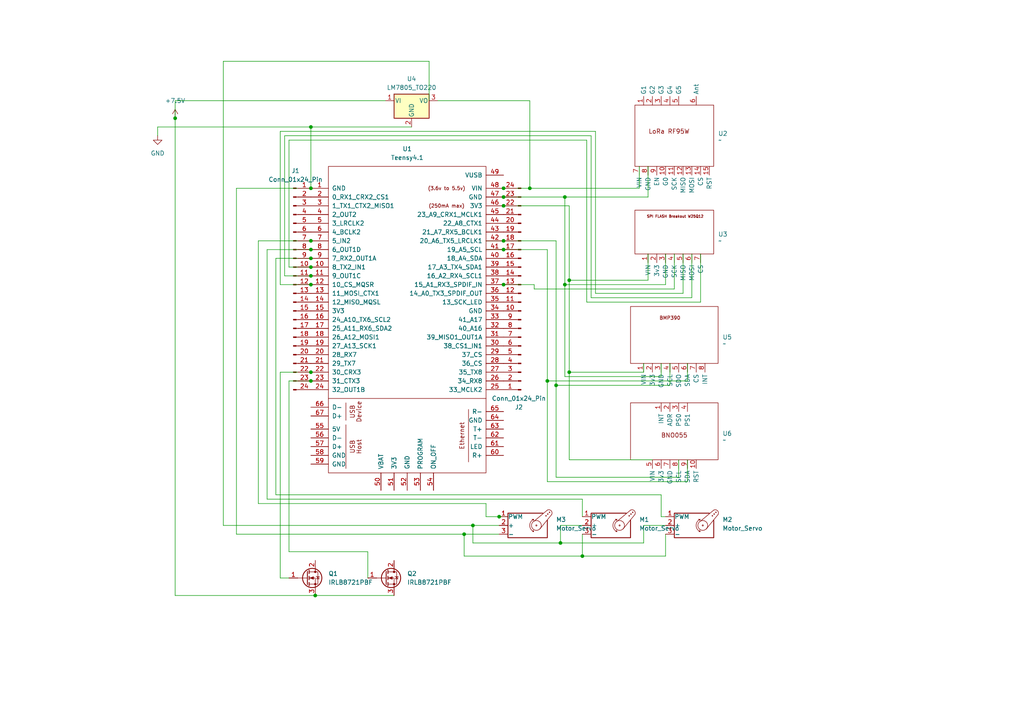
<source format=kicad_sch>
(kicad_sch
	(version 20231120)
	(generator "eeschema")
	(generator_version "8.0")
	(uuid "8da73977-a3a3-4d48-8eab-5bf110f9b085")
	(paper "A4")
	(lib_symbols
		(symbol "BNO9DOFIMU:BNO055"
			(exclude_from_sim no)
			(in_bom yes)
			(on_board yes)
			(property "Reference" "U6"
				(at 13.97 0.0001 0)
				(effects
					(font
						(size 1.27 1.27)
					)
					(justify left)
				)
			)
			(property "Value" "~"
				(at 13.97 -1.905 0)
				(effects
					(font
						(size 1.27 1.27)
					)
					(justify left)
				)
			)
			(property "Footprint" ""
				(at 0 0 0)
				(effects
					(font
						(size 1.27 1.27)
					)
					(hide yes)
				)
			)
			(property "Datasheet" ""
				(at 0 0 0)
				(effects
					(font
						(size 1.27 1.27)
					)
					(hide yes)
				)
			)
			(property "Description" ""
				(at 0 0 0)
				(effects
					(font
						(size 1.27 1.27)
					)
					(hide yes)
				)
			)
			(symbol "BNO055_0_1"
				(rectangle
					(start -12.7 8.89)
					(end 12.7 -7.62)
					(stroke
						(width 0)
						(type default)
					)
					(fill
						(type none)
					)
				)
			)
			(symbol "BNO055_1_1"
				(text "BNO055"
					(at 0 -0.508 0)
					(effects
						(font
							(size 1.27 1.27)
						)
					)
				)
				(pin bidirectional line
					(at -3.81 8.89 270)
					(length 2.54)
					(name "INT"
						(effects
							(font
								(size 1.27 1.27)
							)
						)
					)
					(number "1"
						(effects
							(font
								(size 1.27 1.27)
							)
						)
					)
				)
				(pin bidirectional line
					(at 6.35 -7.62 270)
					(length 2.54)
					(name "RST"
						(effects
							(font
								(size 1.27 1.27)
							)
						)
					)
					(number "10"
						(effects
							(font
								(size 1.27 1.27)
							)
						)
					)
				)
				(pin bidirectional line
					(at -1.27 8.89 270)
					(length 2.54)
					(name "ADR"
						(effects
							(font
								(size 1.27 1.27)
							)
						)
					)
					(number "2"
						(effects
							(font
								(size 1.27 1.27)
							)
						)
					)
				)
				(pin bidirectional line
					(at 1.27 8.89 270)
					(length 2.54)
					(name "PS0"
						(effects
							(font
								(size 1.27 1.27)
							)
						)
					)
					(number "3"
						(effects
							(font
								(size 1.27 1.27)
							)
						)
					)
				)
				(pin bidirectional line
					(at 3.81 8.89 270)
					(length 2.54)
					(name "PS1"
						(effects
							(font
								(size 1.27 1.27)
							)
						)
					)
					(number "4"
						(effects
							(font
								(size 1.27 1.27)
							)
						)
					)
				)
				(pin power_in line
					(at -6.35 -7.62 270)
					(length 2.54)
					(name "VIN"
						(effects
							(font
								(size 1.27 1.27)
							)
						)
					)
					(number "5"
						(effects
							(font
								(size 1.27 1.27)
							)
						)
					)
				)
				(pin power_in line
					(at -3.81 -7.62 270)
					(length 2.54)
					(name "3v3"
						(effects
							(font
								(size 1.27 1.27)
							)
						)
					)
					(number "6"
						(effects
							(font
								(size 1.27 1.27)
							)
						)
					)
				)
				(pin power_out line
					(at -1.27 -7.62 270)
					(length 2.54)
					(name "GND"
						(effects
							(font
								(size 1.27 1.27)
							)
						)
					)
					(number "7"
						(effects
							(font
								(size 1.27 1.27)
							)
						)
					)
				)
				(pin bidirectional line
					(at 1.27 -7.62 270)
					(length 2.54)
					(name "SCL"
						(effects
							(font
								(size 1.27 1.27)
							)
						)
					)
					(number "8"
						(effects
							(font
								(size 1.27 1.27)
							)
						)
					)
				)
				(pin bidirectional line
					(at 3.81 -7.62 270)
					(length 2.54)
					(name "SDA"
						(effects
							(font
								(size 1.27 1.27)
							)
						)
					)
					(number "9"
						(effects
							(font
								(size 1.27 1.27)
							)
						)
					)
				)
			)
		)
		(symbol "BarametricPressSensor:BMP390"
			(exclude_from_sim no)
			(in_bom yes)
			(on_board yes)
			(property "Reference" "U"
				(at 0 0 0)
				(effects
					(font
						(size 1.27 1.27)
					)
				)
			)
			(property "Value" ""
				(at 0 0 0)
				(effects
					(font
						(size 1.27 1.27)
					)
				)
			)
			(property "Footprint" ""
				(at 0 0 0)
				(effects
					(font
						(size 1.27 1.27)
					)
					(hide yes)
				)
			)
			(property "Datasheet" ""
				(at 0 0 0)
				(effects
					(font
						(size 1.27 1.27)
					)
					(hide yes)
				)
			)
			(property "Description" ""
				(at 0 0 0)
				(effects
					(font
						(size 1.27 1.27)
					)
					(hide yes)
				)
			)
			(symbol "BMP390_0_1"
				(rectangle
					(start -11.43 10.16)
					(end 13.97 -6.35)
					(stroke
						(width 0)
						(type default)
					)
					(fill
						(type none)
					)
				)
			)
			(symbol "BMP390_1_1"
				(text "BMP390"
					(at 0 6.858 0)
					(effects
						(font
							(size 1 1)
						)
					)
				)
				(pin power_in line
					(at -7.62 -6.35 270)
					(length 2.54)
					(name "VIN"
						(effects
							(font
								(size 1.27 1.27)
							)
						)
					)
					(number "1"
						(effects
							(font
								(size 1.27 1.27)
							)
						)
					)
				)
				(pin power_in line
					(at -5.08 -6.35 270)
					(length 2.54)
					(name "3v3"
						(effects
							(font
								(size 1.27 1.27)
							)
						)
					)
					(number "2"
						(effects
							(font
								(size 1.27 1.27)
							)
						)
					)
				)
				(pin power_out line
					(at -2.54 -6.35 270)
					(length 2.54)
					(name "GND"
						(effects
							(font
								(size 1.27 1.27)
							)
						)
					)
					(number "3"
						(effects
							(font
								(size 1.27 1.27)
							)
						)
					)
				)
				(pin bidirectional line
					(at 0 -6.35 270)
					(length 2.54)
					(name "SCL"
						(effects
							(font
								(size 1.27 1.27)
							)
						)
					)
					(number "4"
						(effects
							(font
								(size 1.27 1.27)
							)
						)
					)
				)
				(pin bidirectional line
					(at 2.54 -6.35 270)
					(length 2.54)
					(name "SDO"
						(effects
							(font
								(size 1.27 1.27)
							)
						)
					)
					(number "5"
						(effects
							(font
								(size 1.27 1.27)
							)
						)
					)
				)
				(pin bidirectional line
					(at 5.08 -6.35 270)
					(length 2.54)
					(name "SDA"
						(effects
							(font
								(size 1.27 1.27)
							)
						)
					)
					(number "6"
						(effects
							(font
								(size 1.27 1.27)
							)
						)
					)
				)
				(pin bidirectional line
					(at 7.62 -6.35 270)
					(length 2.54)
					(name "CS"
						(effects
							(font
								(size 1.27 1.27)
							)
						)
					)
					(number "7"
						(effects
							(font
								(size 1.27 1.27)
							)
						)
					)
				)
				(pin bidirectional line
					(at 10.16 -6.35 270)
					(length 2.54)
					(name "INT"
						(effects
							(font
								(size 1.27 1.27)
							)
						)
					)
					(number "8"
						(effects
							(font
								(size 1.27 1.27)
							)
						)
					)
				)
			)
		)
		(symbol "Connector:Conn_01x24_Pin"
			(pin_names
				(offset 1.016) hide)
			(exclude_from_sim no)
			(in_bom yes)
			(on_board yes)
			(property "Reference" "J"
				(at 0 30.48 0)
				(effects
					(font
						(size 1.27 1.27)
					)
				)
			)
			(property "Value" "Conn_01x24_Pin"
				(at 0 -33.02 0)
				(effects
					(font
						(size 1.27 1.27)
					)
				)
			)
			(property "Footprint" ""
				(at 0 0 0)
				(effects
					(font
						(size 1.27 1.27)
					)
					(hide yes)
				)
			)
			(property "Datasheet" "~"
				(at 0 0 0)
				(effects
					(font
						(size 1.27 1.27)
					)
					(hide yes)
				)
			)
			(property "Description" "Generic connector, single row, 01x24, script generated"
				(at 0 0 0)
				(effects
					(font
						(size 1.27 1.27)
					)
					(hide yes)
				)
			)
			(property "ki_locked" ""
				(at 0 0 0)
				(effects
					(font
						(size 1.27 1.27)
					)
				)
			)
			(property "ki_keywords" "connector"
				(at 0 0 0)
				(effects
					(font
						(size 1.27 1.27)
					)
					(hide yes)
				)
			)
			(property "ki_fp_filters" "Connector*:*_1x??_*"
				(at 0 0 0)
				(effects
					(font
						(size 1.27 1.27)
					)
					(hide yes)
				)
			)
			(symbol "Conn_01x24_Pin_1_1"
				(polyline
					(pts
						(xy 1.27 -30.48) (xy 0.8636 -30.48)
					)
					(stroke
						(width 0.1524)
						(type default)
					)
					(fill
						(type none)
					)
				)
				(polyline
					(pts
						(xy 1.27 -27.94) (xy 0.8636 -27.94)
					)
					(stroke
						(width 0.1524)
						(type default)
					)
					(fill
						(type none)
					)
				)
				(polyline
					(pts
						(xy 1.27 -25.4) (xy 0.8636 -25.4)
					)
					(stroke
						(width 0.1524)
						(type default)
					)
					(fill
						(type none)
					)
				)
				(polyline
					(pts
						(xy 1.27 -22.86) (xy 0.8636 -22.86)
					)
					(stroke
						(width 0.1524)
						(type default)
					)
					(fill
						(type none)
					)
				)
				(polyline
					(pts
						(xy 1.27 -20.32) (xy 0.8636 -20.32)
					)
					(stroke
						(width 0.1524)
						(type default)
					)
					(fill
						(type none)
					)
				)
				(polyline
					(pts
						(xy 1.27 -17.78) (xy 0.8636 -17.78)
					)
					(stroke
						(width 0.1524)
						(type default)
					)
					(fill
						(type none)
					)
				)
				(polyline
					(pts
						(xy 1.27 -15.24) (xy 0.8636 -15.24)
					)
					(stroke
						(width 0.1524)
						(type default)
					)
					(fill
						(type none)
					)
				)
				(polyline
					(pts
						(xy 1.27 -12.7) (xy 0.8636 -12.7)
					)
					(stroke
						(width 0.1524)
						(type default)
					)
					(fill
						(type none)
					)
				)
				(polyline
					(pts
						(xy 1.27 -10.16) (xy 0.8636 -10.16)
					)
					(stroke
						(width 0.1524)
						(type default)
					)
					(fill
						(type none)
					)
				)
				(polyline
					(pts
						(xy 1.27 -7.62) (xy 0.8636 -7.62)
					)
					(stroke
						(width 0.1524)
						(type default)
					)
					(fill
						(type none)
					)
				)
				(polyline
					(pts
						(xy 1.27 -5.08) (xy 0.8636 -5.08)
					)
					(stroke
						(width 0.1524)
						(type default)
					)
					(fill
						(type none)
					)
				)
				(polyline
					(pts
						(xy 1.27 -2.54) (xy 0.8636 -2.54)
					)
					(stroke
						(width 0.1524)
						(type default)
					)
					(fill
						(type none)
					)
				)
				(polyline
					(pts
						(xy 1.27 0) (xy 0.8636 0)
					)
					(stroke
						(width 0.1524)
						(type default)
					)
					(fill
						(type none)
					)
				)
				(polyline
					(pts
						(xy 1.27 2.54) (xy 0.8636 2.54)
					)
					(stroke
						(width 0.1524)
						(type default)
					)
					(fill
						(type none)
					)
				)
				(polyline
					(pts
						(xy 1.27 5.08) (xy 0.8636 5.08)
					)
					(stroke
						(width 0.1524)
						(type default)
					)
					(fill
						(type none)
					)
				)
				(polyline
					(pts
						(xy 1.27 7.62) (xy 0.8636 7.62)
					)
					(stroke
						(width 0.1524)
						(type default)
					)
					(fill
						(type none)
					)
				)
				(polyline
					(pts
						(xy 1.27 10.16) (xy 0.8636 10.16)
					)
					(stroke
						(width 0.1524)
						(type default)
					)
					(fill
						(type none)
					)
				)
				(polyline
					(pts
						(xy 1.27 12.7) (xy 0.8636 12.7)
					)
					(stroke
						(width 0.1524)
						(type default)
					)
					(fill
						(type none)
					)
				)
				(polyline
					(pts
						(xy 1.27 15.24) (xy 0.8636 15.24)
					)
					(stroke
						(width 0.1524)
						(type default)
					)
					(fill
						(type none)
					)
				)
				(polyline
					(pts
						(xy 1.27 17.78) (xy 0.8636 17.78)
					)
					(stroke
						(width 0.1524)
						(type default)
					)
					(fill
						(type none)
					)
				)
				(polyline
					(pts
						(xy 1.27 20.32) (xy 0.8636 20.32)
					)
					(stroke
						(width 0.1524)
						(type default)
					)
					(fill
						(type none)
					)
				)
				(polyline
					(pts
						(xy 1.27 22.86) (xy 0.8636 22.86)
					)
					(stroke
						(width 0.1524)
						(type default)
					)
					(fill
						(type none)
					)
				)
				(polyline
					(pts
						(xy 1.27 25.4) (xy 0.8636 25.4)
					)
					(stroke
						(width 0.1524)
						(type default)
					)
					(fill
						(type none)
					)
				)
				(polyline
					(pts
						(xy 1.27 27.94) (xy 0.8636 27.94)
					)
					(stroke
						(width 0.1524)
						(type default)
					)
					(fill
						(type none)
					)
				)
				(rectangle
					(start 0.8636 -30.353)
					(end 0 -30.607)
					(stroke
						(width 0.1524)
						(type default)
					)
					(fill
						(type outline)
					)
				)
				(rectangle
					(start 0.8636 -27.813)
					(end 0 -28.067)
					(stroke
						(width 0.1524)
						(type default)
					)
					(fill
						(type outline)
					)
				)
				(rectangle
					(start 0.8636 -25.273)
					(end 0 -25.527)
					(stroke
						(width 0.1524)
						(type default)
					)
					(fill
						(type outline)
					)
				)
				(rectangle
					(start 0.8636 -22.733)
					(end 0 -22.987)
					(stroke
						(width 0.1524)
						(type default)
					)
					(fill
						(type outline)
					)
				)
				(rectangle
					(start 0.8636 -20.193)
					(end 0 -20.447)
					(stroke
						(width 0.1524)
						(type default)
					)
					(fill
						(type outline)
					)
				)
				(rectangle
					(start 0.8636 -17.653)
					(end 0 -17.907)
					(stroke
						(width 0.1524)
						(type default)
					)
					(fill
						(type outline)
					)
				)
				(rectangle
					(start 0.8636 -15.113)
					(end 0 -15.367)
					(stroke
						(width 0.1524)
						(type default)
					)
					(fill
						(type outline)
					)
				)
				(rectangle
					(start 0.8636 -12.573)
					(end 0 -12.827)
					(stroke
						(width 0.1524)
						(type default)
					)
					(fill
						(type outline)
					)
				)
				(rectangle
					(start 0.8636 -10.033)
					(end 0 -10.287)
					(stroke
						(width 0.1524)
						(type default)
					)
					(fill
						(type outline)
					)
				)
				(rectangle
					(start 0.8636 -7.493)
					(end 0 -7.747)
					(stroke
						(width 0.1524)
						(type default)
					)
					(fill
						(type outline)
					)
				)
				(rectangle
					(start 0.8636 -4.953)
					(end 0 -5.207)
					(stroke
						(width 0.1524)
						(type default)
					)
					(fill
						(type outline)
					)
				)
				(rectangle
					(start 0.8636 -2.413)
					(end 0 -2.667)
					(stroke
						(width 0.1524)
						(type default)
					)
					(fill
						(type outline)
					)
				)
				(rectangle
					(start 0.8636 0.127)
					(end 0 -0.127)
					(stroke
						(width 0.1524)
						(type default)
					)
					(fill
						(type outline)
					)
				)
				(rectangle
					(start 0.8636 2.667)
					(end 0 2.413)
					(stroke
						(width 0.1524)
						(type default)
					)
					(fill
						(type outline)
					)
				)
				(rectangle
					(start 0.8636 5.207)
					(end 0 4.953)
					(stroke
						(width 0.1524)
						(type default)
					)
					(fill
						(type outline)
					)
				)
				(rectangle
					(start 0.8636 7.747)
					(end 0 7.493)
					(stroke
						(width 0.1524)
						(type default)
					)
					(fill
						(type outline)
					)
				)
				(rectangle
					(start 0.8636 10.287)
					(end 0 10.033)
					(stroke
						(width 0.1524)
						(type default)
					)
					(fill
						(type outline)
					)
				)
				(rectangle
					(start 0.8636 12.827)
					(end 0 12.573)
					(stroke
						(width 0.1524)
						(type default)
					)
					(fill
						(type outline)
					)
				)
				(rectangle
					(start 0.8636 15.367)
					(end 0 15.113)
					(stroke
						(width 0.1524)
						(type default)
					)
					(fill
						(type outline)
					)
				)
				(rectangle
					(start 0.8636 17.907)
					(end 0 17.653)
					(stroke
						(width 0.1524)
						(type default)
					)
					(fill
						(type outline)
					)
				)
				(rectangle
					(start 0.8636 20.447)
					(end 0 20.193)
					(stroke
						(width 0.1524)
						(type default)
					)
					(fill
						(type outline)
					)
				)
				(rectangle
					(start 0.8636 22.987)
					(end 0 22.733)
					(stroke
						(width 0.1524)
						(type default)
					)
					(fill
						(type outline)
					)
				)
				(rectangle
					(start 0.8636 25.527)
					(end 0 25.273)
					(stroke
						(width 0.1524)
						(type default)
					)
					(fill
						(type outline)
					)
				)
				(rectangle
					(start 0.8636 28.067)
					(end 0 27.813)
					(stroke
						(width 0.1524)
						(type default)
					)
					(fill
						(type outline)
					)
				)
				(pin passive line
					(at 5.08 27.94 180)
					(length 3.81)
					(name "Pin_1"
						(effects
							(font
								(size 1.27 1.27)
							)
						)
					)
					(number "1"
						(effects
							(font
								(size 1.27 1.27)
							)
						)
					)
				)
				(pin passive line
					(at 5.08 5.08 180)
					(length 3.81)
					(name "Pin_10"
						(effects
							(font
								(size 1.27 1.27)
							)
						)
					)
					(number "10"
						(effects
							(font
								(size 1.27 1.27)
							)
						)
					)
				)
				(pin passive line
					(at 5.08 2.54 180)
					(length 3.81)
					(name "Pin_11"
						(effects
							(font
								(size 1.27 1.27)
							)
						)
					)
					(number "11"
						(effects
							(font
								(size 1.27 1.27)
							)
						)
					)
				)
				(pin passive line
					(at 5.08 0 180)
					(length 3.81)
					(name "Pin_12"
						(effects
							(font
								(size 1.27 1.27)
							)
						)
					)
					(number "12"
						(effects
							(font
								(size 1.27 1.27)
							)
						)
					)
				)
				(pin passive line
					(at 5.08 -2.54 180)
					(length 3.81)
					(name "Pin_13"
						(effects
							(font
								(size 1.27 1.27)
							)
						)
					)
					(number "13"
						(effects
							(font
								(size 1.27 1.27)
							)
						)
					)
				)
				(pin passive line
					(at 5.08 -5.08 180)
					(length 3.81)
					(name "Pin_14"
						(effects
							(font
								(size 1.27 1.27)
							)
						)
					)
					(number "14"
						(effects
							(font
								(size 1.27 1.27)
							)
						)
					)
				)
				(pin passive line
					(at 5.08 -7.62 180)
					(length 3.81)
					(name "Pin_15"
						(effects
							(font
								(size 1.27 1.27)
							)
						)
					)
					(number "15"
						(effects
							(font
								(size 1.27 1.27)
							)
						)
					)
				)
				(pin passive line
					(at 5.08 -10.16 180)
					(length 3.81)
					(name "Pin_16"
						(effects
							(font
								(size 1.27 1.27)
							)
						)
					)
					(number "16"
						(effects
							(font
								(size 1.27 1.27)
							)
						)
					)
				)
				(pin passive line
					(at 5.08 -12.7 180)
					(length 3.81)
					(name "Pin_17"
						(effects
							(font
								(size 1.27 1.27)
							)
						)
					)
					(number "17"
						(effects
							(font
								(size 1.27 1.27)
							)
						)
					)
				)
				(pin passive line
					(at 5.08 -15.24 180)
					(length 3.81)
					(name "Pin_18"
						(effects
							(font
								(size 1.27 1.27)
							)
						)
					)
					(number "18"
						(effects
							(font
								(size 1.27 1.27)
							)
						)
					)
				)
				(pin passive line
					(at 5.08 -17.78 180)
					(length 3.81)
					(name "Pin_19"
						(effects
							(font
								(size 1.27 1.27)
							)
						)
					)
					(number "19"
						(effects
							(font
								(size 1.27 1.27)
							)
						)
					)
				)
				(pin passive line
					(at 5.08 25.4 180)
					(length 3.81)
					(name "Pin_2"
						(effects
							(font
								(size 1.27 1.27)
							)
						)
					)
					(number "2"
						(effects
							(font
								(size 1.27 1.27)
							)
						)
					)
				)
				(pin passive line
					(at 5.08 -20.32 180)
					(length 3.81)
					(name "Pin_20"
						(effects
							(font
								(size 1.27 1.27)
							)
						)
					)
					(number "20"
						(effects
							(font
								(size 1.27 1.27)
							)
						)
					)
				)
				(pin passive line
					(at 5.08 -22.86 180)
					(length 3.81)
					(name "Pin_21"
						(effects
							(font
								(size 1.27 1.27)
							)
						)
					)
					(number "21"
						(effects
							(font
								(size 1.27 1.27)
							)
						)
					)
				)
				(pin passive line
					(at 5.08 -25.4 180)
					(length 3.81)
					(name "Pin_22"
						(effects
							(font
								(size 1.27 1.27)
							)
						)
					)
					(number "22"
						(effects
							(font
								(size 1.27 1.27)
							)
						)
					)
				)
				(pin passive line
					(at 5.08 -27.94 180)
					(length 3.81)
					(name "Pin_23"
						(effects
							(font
								(size 1.27 1.27)
							)
						)
					)
					(number "23"
						(effects
							(font
								(size 1.27 1.27)
							)
						)
					)
				)
				(pin passive line
					(at 5.08 -30.48 180)
					(length 3.81)
					(name "Pin_24"
						(effects
							(font
								(size 1.27 1.27)
							)
						)
					)
					(number "24"
						(effects
							(font
								(size 1.27 1.27)
							)
						)
					)
				)
				(pin passive line
					(at 5.08 22.86 180)
					(length 3.81)
					(name "Pin_3"
						(effects
							(font
								(size 1.27 1.27)
							)
						)
					)
					(number "3"
						(effects
							(font
								(size 1.27 1.27)
							)
						)
					)
				)
				(pin passive line
					(at 5.08 20.32 180)
					(length 3.81)
					(name "Pin_4"
						(effects
							(font
								(size 1.27 1.27)
							)
						)
					)
					(number "4"
						(effects
							(font
								(size 1.27 1.27)
							)
						)
					)
				)
				(pin passive line
					(at 5.08 17.78 180)
					(length 3.81)
					(name "Pin_5"
						(effects
							(font
								(size 1.27 1.27)
							)
						)
					)
					(number "5"
						(effects
							(font
								(size 1.27 1.27)
							)
						)
					)
				)
				(pin passive line
					(at 5.08 15.24 180)
					(length 3.81)
					(name "Pin_6"
						(effects
							(font
								(size 1.27 1.27)
							)
						)
					)
					(number "6"
						(effects
							(font
								(size 1.27 1.27)
							)
						)
					)
				)
				(pin passive line
					(at 5.08 12.7 180)
					(length 3.81)
					(name "Pin_7"
						(effects
							(font
								(size 1.27 1.27)
							)
						)
					)
					(number "7"
						(effects
							(font
								(size 1.27 1.27)
							)
						)
					)
				)
				(pin passive line
					(at 5.08 10.16 180)
					(length 3.81)
					(name "Pin_8"
						(effects
							(font
								(size 1.27 1.27)
							)
						)
					)
					(number "8"
						(effects
							(font
								(size 1.27 1.27)
							)
						)
					)
				)
				(pin passive line
					(at 5.08 7.62 180)
					(length 3.81)
					(name "Pin_9"
						(effects
							(font
								(size 1.27 1.27)
							)
						)
					)
					(number "9"
						(effects
							(font
								(size 1.27 1.27)
							)
						)
					)
				)
			)
		)
		(symbol "LoRa_RF95:LoraRF95breakout"
			(exclude_from_sim no)
			(in_bom yes)
			(on_board yes)
			(property "Reference" "U"
				(at 0.254 1.524 0)
				(effects
					(font
						(size 1.27 1.27)
					)
				)
			)
			(property "Value" ""
				(at 0 0 0)
				(effects
					(font
						(size 1.27 1.27)
					)
				)
			)
			(property "Footprint" ""
				(at 0 0 0)
				(effects
					(font
						(size 1.27 1.27)
					)
					(hide yes)
				)
			)
			(property "Datasheet" ""
				(at 0 0 0)
				(effects
					(font
						(size 1.27 1.27)
					)
					(hide yes)
				)
			)
			(property "Description" ""
				(at 0 0 0)
				(effects
					(font
						(size 1.27 1.27)
					)
					(hide yes)
				)
			)
			(symbol "LoraRF95breakout_0_1"
				(rectangle
					(start -8.89 7.62)
					(end 13.97 -10.16)
					(stroke
						(width 0)
						(type default)
					)
					(fill
						(type none)
					)
				)
			)
			(symbol "LoraRF95breakout_1_1"
				(text "LoRa RF95W\n"
					(at 1.016 0 0)
					(effects
						(font
							(size 1.27 1.27)
						)
					)
				)
				(pin input line
					(at -6.35 7.62 90)
					(length 2.54)
					(name "G1"
						(effects
							(font
								(size 1.27 1.27)
							)
						)
					)
					(number "1"
						(effects
							(font
								(size 1.27 1.27)
							)
						)
					)
				)
				(pin input line
					(at 0 -10.16 270)
					(length 2.54)
					(name "G0"
						(effects
							(font
								(size 1.27 1.27)
							)
						)
					)
					(number "10"
						(effects
							(font
								(size 1.27 1.27)
							)
						)
					)
				)
				(pin bidirectional line
					(at 2.54 -10.16 270)
					(length 2.54)
					(name "SCK"
						(effects
							(font
								(size 1.27 1.27)
							)
						)
					)
					(number "11"
						(effects
							(font
								(size 1.27 1.27)
							)
						)
					)
				)
				(pin bidirectional line
					(at 5.08 -10.16 270)
					(length 2.54)
					(name "MISO"
						(effects
							(font
								(size 1.27 1.27)
							)
						)
					)
					(number "12"
						(effects
							(font
								(size 1.27 1.27)
							)
						)
					)
				)
				(pin bidirectional line
					(at 7.62 -10.16 270)
					(length 2.54)
					(name "MOSI"
						(effects
							(font
								(size 1.27 1.27)
							)
						)
					)
					(number "13"
						(effects
							(font
								(size 1.27 1.27)
							)
						)
					)
				)
				(pin bidirectional line
					(at 10.16 -10.16 270)
					(length 2.54)
					(name "CS"
						(effects
							(font
								(size 1.27 1.27)
							)
						)
					)
					(number "14"
						(effects
							(font
								(size 1.27 1.27)
							)
						)
					)
				)
				(pin input line
					(at 12.7 -10.16 270)
					(length 2.54)
					(name "RST"
						(effects
							(font
								(size 1.27 1.27)
							)
						)
					)
					(number "15"
						(effects
							(font
								(size 1.27 1.27)
							)
						)
					)
				)
				(pin input line
					(at -3.81 7.62 90)
					(length 2.54)
					(name "G2"
						(effects
							(font
								(size 1.27 1.27)
							)
						)
					)
					(number "2"
						(effects
							(font
								(size 1.27 1.27)
							)
						)
					)
				)
				(pin input line
					(at -1.27 7.62 90)
					(length 2.54)
					(name "G3"
						(effects
							(font
								(size 1.27 1.27)
							)
						)
					)
					(number "3"
						(effects
							(font
								(size 1.27 1.27)
							)
						)
					)
				)
				(pin input line
					(at 1.27 7.62 90)
					(length 2.54)
					(name "G4"
						(effects
							(font
								(size 1.27 1.27)
							)
						)
					)
					(number "4"
						(effects
							(font
								(size 1.27 1.27)
							)
						)
					)
				)
				(pin input line
					(at 3.81 7.62 90)
					(length 2.54)
					(name "G5"
						(effects
							(font
								(size 1.27 1.27)
							)
						)
					)
					(number "5"
						(effects
							(font
								(size 1.27 1.27)
							)
						)
					)
				)
				(pin bidirectional line
					(at 8.89 7.62 90)
					(length 2.54)
					(name "Ant"
						(effects
							(font
								(size 1.27 1.27)
							)
						)
					)
					(number "6"
						(effects
							(font
								(size 1.27 1.27)
							)
						)
					)
				)
				(pin power_in line
					(at -7.62 -10.16 270)
					(length 2.54)
					(name "VIN"
						(effects
							(font
								(size 1.27 1.27)
							)
						)
					)
					(number "7"
						(effects
							(font
								(size 1.27 1.27)
							)
						)
					)
				)
				(pin power_out line
					(at -5.08 -10.16 270)
					(length 2.54)
					(name "GND"
						(effects
							(font
								(size 1.27 1.27)
							)
						)
					)
					(number "8"
						(effects
							(font
								(size 1.27 1.27)
							)
						)
					)
				)
				(pin input line
					(at -2.54 -10.16 270)
					(length 2.54)
					(name "EN"
						(effects
							(font
								(size 1.27 1.27)
							)
						)
					)
					(number "9"
						(effects
							(font
								(size 1.27 1.27)
							)
						)
					)
				)
			)
		)
		(symbol "Motor:Motor_Servo"
			(pin_names
				(offset 0.0254)
			)
			(exclude_from_sim no)
			(in_bom yes)
			(on_board yes)
			(property "Reference" "M"
				(at -5.08 4.445 0)
				(effects
					(font
						(size 1.27 1.27)
					)
					(justify left)
				)
			)
			(property "Value" "Motor_Servo"
				(at -5.08 -4.064 0)
				(effects
					(font
						(size 1.27 1.27)
					)
					(justify left top)
				)
			)
			(property "Footprint" ""
				(at 0 -4.826 0)
				(effects
					(font
						(size 1.27 1.27)
					)
					(hide yes)
				)
			)
			(property "Datasheet" "http://forums.parallax.com/uploads/attachments/46831/74481.png"
				(at 0 -4.826 0)
				(effects
					(font
						(size 1.27 1.27)
					)
					(hide yes)
				)
			)
			(property "Description" "Servo Motor (Futaba, HiTec, JR connector)"
				(at 0 0 0)
				(effects
					(font
						(size 1.27 1.27)
					)
					(hide yes)
				)
			)
			(property "ki_keywords" "Servo Motor"
				(at 0 0 0)
				(effects
					(font
						(size 1.27 1.27)
					)
					(hide yes)
				)
			)
			(property "ki_fp_filters" "PinHeader*P2.54mm*"
				(at 0 0 0)
				(effects
					(font
						(size 1.27 1.27)
					)
					(hide yes)
				)
			)
			(symbol "Motor_Servo_0_1"
				(polyline
					(pts
						(xy 2.413 -1.778) (xy 2.032 -1.778)
					)
					(stroke
						(width 0)
						(type default)
					)
					(fill
						(type none)
					)
				)
				(polyline
					(pts
						(xy 2.413 -1.778) (xy 2.286 -1.397)
					)
					(stroke
						(width 0)
						(type default)
					)
					(fill
						(type none)
					)
				)
				(polyline
					(pts
						(xy 2.413 1.778) (xy 1.905 1.778)
					)
					(stroke
						(width 0)
						(type default)
					)
					(fill
						(type none)
					)
				)
				(polyline
					(pts
						(xy 2.413 1.778) (xy 2.286 1.397)
					)
					(stroke
						(width 0)
						(type default)
					)
					(fill
						(type none)
					)
				)
				(polyline
					(pts
						(xy 6.35 4.445) (xy 2.54 1.27)
					)
					(stroke
						(width 0)
						(type default)
					)
					(fill
						(type none)
					)
				)
				(polyline
					(pts
						(xy 7.62 3.175) (xy 4.191 -1.016)
					)
					(stroke
						(width 0)
						(type default)
					)
					(fill
						(type none)
					)
				)
				(polyline
					(pts
						(xy 5.08 3.556) (xy -5.08 3.556) (xy -5.08 -3.556) (xy 6.35 -3.556) (xy 6.35 1.524)
					)
					(stroke
						(width 0.254)
						(type default)
					)
					(fill
						(type none)
					)
				)
				(arc
					(start 2.413 1.778)
					(mid 1.2406 0)
					(end 2.413 -1.778)
					(stroke
						(width 0)
						(type default)
					)
					(fill
						(type none)
					)
				)
				(circle
					(center 3.175 0)
					(radius 0.1778)
					(stroke
						(width 0)
						(type default)
					)
					(fill
						(type none)
					)
				)
				(circle
					(center 3.175 0)
					(radius 1.4224)
					(stroke
						(width 0)
						(type default)
					)
					(fill
						(type none)
					)
				)
				(circle
					(center 5.969 2.794)
					(radius 0.127)
					(stroke
						(width 0)
						(type default)
					)
					(fill
						(type none)
					)
				)
				(circle
					(center 6.477 3.302)
					(radius 0.127)
					(stroke
						(width 0)
						(type default)
					)
					(fill
						(type none)
					)
				)
				(circle
					(center 6.985 3.81)
					(radius 0.127)
					(stroke
						(width 0)
						(type default)
					)
					(fill
						(type none)
					)
				)
				(arc
					(start 7.62 3.175)
					(mid 7.4485 4.2735)
					(end 6.35 4.445)
					(stroke
						(width 0)
						(type default)
					)
					(fill
						(type none)
					)
				)
			)
			(symbol "Motor_Servo_1_1"
				(pin passive line
					(at -7.62 2.54 0)
					(length 2.54)
					(name "PWM"
						(effects
							(font
								(size 1.27 1.27)
							)
						)
					)
					(number "1"
						(effects
							(font
								(size 1.27 1.27)
							)
						)
					)
				)
				(pin passive line
					(at -7.62 0 0)
					(length 2.54)
					(name "+"
						(effects
							(font
								(size 1.27 1.27)
							)
						)
					)
					(number "2"
						(effects
							(font
								(size 1.27 1.27)
							)
						)
					)
				)
				(pin passive line
					(at -7.62 -2.54 0)
					(length 2.54)
					(name "-"
						(effects
							(font
								(size 1.27 1.27)
							)
						)
					)
					(number "3"
						(effects
							(font
								(size 1.27 1.27)
							)
						)
					)
				)
			)
		)
		(symbol "Regulator_Linear:LM7805_TO220"
			(pin_names
				(offset 0.254)
			)
			(exclude_from_sim no)
			(in_bom yes)
			(on_board yes)
			(property "Reference" "U"
				(at -3.81 3.175 0)
				(effects
					(font
						(size 1.27 1.27)
					)
				)
			)
			(property "Value" "LM7805_TO220"
				(at 0 3.175 0)
				(effects
					(font
						(size 1.27 1.27)
					)
					(justify left)
				)
			)
			(property "Footprint" "Package_TO_SOT_THT:TO-220-3_Vertical"
				(at 0 5.715 0)
				(effects
					(font
						(size 1.27 1.27)
						(italic yes)
					)
					(hide yes)
				)
			)
			(property "Datasheet" "https://www.onsemi.cn/PowerSolutions/document/MC7800-D.PDF"
				(at 0 -1.27 0)
				(effects
					(font
						(size 1.27 1.27)
					)
					(hide yes)
				)
			)
			(property "Description" "Positive 1A 35V Linear Regulator, Fixed Output 5V, TO-220"
				(at 0 0 0)
				(effects
					(font
						(size 1.27 1.27)
					)
					(hide yes)
				)
			)
			(property "ki_keywords" "Voltage Regulator 1A Positive"
				(at 0 0 0)
				(effects
					(font
						(size 1.27 1.27)
					)
					(hide yes)
				)
			)
			(property "ki_fp_filters" "TO?220*"
				(at 0 0 0)
				(effects
					(font
						(size 1.27 1.27)
					)
					(hide yes)
				)
			)
			(symbol "LM7805_TO220_0_1"
				(rectangle
					(start -5.08 1.905)
					(end 5.08 -5.08)
					(stroke
						(width 0.254)
						(type default)
					)
					(fill
						(type background)
					)
				)
			)
			(symbol "LM7805_TO220_1_1"
				(pin power_in line
					(at -7.62 0 0)
					(length 2.54)
					(name "VI"
						(effects
							(font
								(size 1.27 1.27)
							)
						)
					)
					(number "1"
						(effects
							(font
								(size 1.27 1.27)
							)
						)
					)
				)
				(pin power_in line
					(at 0 -7.62 90)
					(length 2.54)
					(name "GND"
						(effects
							(font
								(size 1.27 1.27)
							)
						)
					)
					(number "2"
						(effects
							(font
								(size 1.27 1.27)
							)
						)
					)
				)
				(pin power_out line
					(at 7.62 0 180)
					(length 2.54)
					(name "VO"
						(effects
							(font
								(size 1.27 1.27)
							)
						)
					)
					(number "3"
						(effects
							(font
								(size 1.27 1.27)
							)
						)
					)
				)
			)
		)
		(symbol "SPIflashMem:SPI_FLASH_Breakout_W25Q12"
			(exclude_from_sim no)
			(in_bom yes)
			(on_board yes)
			(property "Reference" "U"
				(at 0 0 0)
				(effects
					(font
						(size 1.27 1.27)
					)
				)
			)
			(property "Value" ""
				(at 0 0 0)
				(effects
					(font
						(size 1.27 1.27)
					)
				)
			)
			(property "Footprint" ""
				(at 0 0 0)
				(effects
					(font
						(size 1.27 1.27)
					)
					(hide yes)
				)
			)
			(property "Datasheet" ""
				(at 0 0 0)
				(effects
					(font
						(size 1.27 1.27)
					)
					(hide yes)
				)
			)
			(property "Description" ""
				(at 0 0 0)
				(effects
					(font
						(size 1.27 1.27)
					)
					(hide yes)
				)
			)
			(symbol "SPI_FLASH_Breakout_W25Q12_0_1"
				(rectangle
					(start -12.7 6.35)
					(end 10.16 -6.35)
					(stroke
						(width 0)
						(type default)
					)
					(fill
						(type none)
					)
				)
			)
			(symbol "SPI_FLASH_Breakout_W25Q12_1_1"
				(text "SPI FLASH Breakout W25Q12\n"
					(at -1.016 4.572 0)
					(effects
						(font
							(size 0.75 0.75)
						)
					)
				)
				(pin power_in line
					(at -8.89 -6.35 270)
					(length 2.54)
					(name "VIN"
						(effects
							(font
								(size 1.27 1.27)
							)
						)
					)
					(number "1"
						(effects
							(font
								(size 1.27 1.27)
							)
						)
					)
				)
				(pin power_in line
					(at -6.35 -6.35 270)
					(length 2.54)
					(name "3v3"
						(effects
							(font
								(size 1.27 1.27)
							)
						)
					)
					(number "2"
						(effects
							(font
								(size 1.27 1.27)
							)
						)
					)
				)
				(pin power_out line
					(at -3.81 -6.35 270)
					(length 2.54)
					(name "GND"
						(effects
							(font
								(size 1.27 1.27)
							)
						)
					)
					(number "3"
						(effects
							(font
								(size 1.27 1.27)
							)
						)
					)
				)
				(pin bidirectional line
					(at -1.27 -6.35 270)
					(length 2.54)
					(name "SCK"
						(effects
							(font
								(size 1.27 1.27)
							)
						)
					)
					(number "4"
						(effects
							(font
								(size 1.27 1.27)
							)
						)
					)
				)
				(pin bidirectional line
					(at 1.27 -6.35 270)
					(length 2.54)
					(name "MISO"
						(effects
							(font
								(size 1.27 1.27)
							)
						)
					)
					(number "5"
						(effects
							(font
								(size 1.27 1.27)
							)
						)
					)
				)
				(pin bidirectional line
					(at 3.81 -6.35 270)
					(length 2.54)
					(name "MOSI"
						(effects
							(font
								(size 1.27 1.27)
							)
						)
					)
					(number "6"
						(effects
							(font
								(size 1.27 1.27)
							)
						)
					)
				)
				(pin bidirectional line
					(at 6.35 -6.35 270)
					(length 2.54)
					(name "CS"
						(effects
							(font
								(size 1.27 1.27)
							)
						)
					)
					(number "7"
						(effects
							(font
								(size 1.27 1.27)
							)
						)
					)
				)
			)
		)
		(symbol "Transistor_FET:IRLB8721PBF"
			(pin_names hide)
			(exclude_from_sim no)
			(in_bom yes)
			(on_board yes)
			(property "Reference" "Q"
				(at 5.08 1.905 0)
				(effects
					(font
						(size 1.27 1.27)
					)
					(justify left)
				)
			)
			(property "Value" "IRLB8721PBF"
				(at 5.08 0 0)
				(effects
					(font
						(size 1.27 1.27)
					)
					(justify left)
				)
			)
			(property "Footprint" "Package_TO_SOT_THT:TO-220-3_Vertical"
				(at 5.08 -1.905 0)
				(effects
					(font
						(size 1.27 1.27)
						(italic yes)
					)
					(justify left)
					(hide yes)
				)
			)
			(property "Datasheet" "http://www.infineon.com/dgdl/irlb8721pbf.pdf?fileId=5546d462533600a40153566056732591"
				(at 5.08 -3.81 0)
				(effects
					(font
						(size 1.27 1.27)
					)
					(justify left)
					(hide yes)
				)
			)
			(property "Description" "62A Id, 30V Vds, 8.7 mOhm Rds, N-Channel HEXFET Power MOSFET, TO-220"
				(at 0 0 0)
				(effects
					(font
						(size 1.27 1.27)
					)
					(hide yes)
				)
			)
			(property "ki_keywords" "N-Channel HEXFET MOSFET Logic-Level"
				(at 0 0 0)
				(effects
					(font
						(size 1.27 1.27)
					)
					(hide yes)
				)
			)
			(property "ki_fp_filters" "TO?220*"
				(at 0 0 0)
				(effects
					(font
						(size 1.27 1.27)
					)
					(hide yes)
				)
			)
			(symbol "IRLB8721PBF_0_1"
				(polyline
					(pts
						(xy 0.254 0) (xy -2.54 0)
					)
					(stroke
						(width 0)
						(type default)
					)
					(fill
						(type none)
					)
				)
				(polyline
					(pts
						(xy 0.254 1.905) (xy 0.254 -1.905)
					)
					(stroke
						(width 0.254)
						(type default)
					)
					(fill
						(type none)
					)
				)
				(polyline
					(pts
						(xy 0.762 -1.27) (xy 0.762 -2.286)
					)
					(stroke
						(width 0.254)
						(type default)
					)
					(fill
						(type none)
					)
				)
				(polyline
					(pts
						(xy 0.762 0.508) (xy 0.762 -0.508)
					)
					(stroke
						(width 0.254)
						(type default)
					)
					(fill
						(type none)
					)
				)
				(polyline
					(pts
						(xy 0.762 2.286) (xy 0.762 1.27)
					)
					(stroke
						(width 0.254)
						(type default)
					)
					(fill
						(type none)
					)
				)
				(polyline
					(pts
						(xy 2.54 2.54) (xy 2.54 1.778)
					)
					(stroke
						(width 0)
						(type default)
					)
					(fill
						(type none)
					)
				)
				(polyline
					(pts
						(xy 2.54 -2.54) (xy 2.54 0) (xy 0.762 0)
					)
					(stroke
						(width 0)
						(type default)
					)
					(fill
						(type none)
					)
				)
				(polyline
					(pts
						(xy 0.762 -1.778) (xy 3.302 -1.778) (xy 3.302 1.778) (xy 0.762 1.778)
					)
					(stroke
						(width 0)
						(type default)
					)
					(fill
						(type none)
					)
				)
				(polyline
					(pts
						(xy 1.016 0) (xy 2.032 0.381) (xy 2.032 -0.381) (xy 1.016 0)
					)
					(stroke
						(width 0)
						(type default)
					)
					(fill
						(type outline)
					)
				)
				(polyline
					(pts
						(xy 2.794 0.508) (xy 2.921 0.381) (xy 3.683 0.381) (xy 3.81 0.254)
					)
					(stroke
						(width 0)
						(type default)
					)
					(fill
						(type none)
					)
				)
				(polyline
					(pts
						(xy 3.302 0.381) (xy 2.921 -0.254) (xy 3.683 -0.254) (xy 3.302 0.381)
					)
					(stroke
						(width 0)
						(type default)
					)
					(fill
						(type none)
					)
				)
				(circle
					(center 1.651 0)
					(radius 2.794)
					(stroke
						(width 0.254)
						(type default)
					)
					(fill
						(type none)
					)
				)
				(circle
					(center 2.54 -1.778)
					(radius 0.254)
					(stroke
						(width 0)
						(type default)
					)
					(fill
						(type outline)
					)
				)
				(circle
					(center 2.54 1.778)
					(radius 0.254)
					(stroke
						(width 0)
						(type default)
					)
					(fill
						(type outline)
					)
				)
			)
			(symbol "IRLB8721PBF_1_1"
				(pin input line
					(at -5.08 0 0)
					(length 2.54)
					(name "G"
						(effects
							(font
								(size 1.27 1.27)
							)
						)
					)
					(number "1"
						(effects
							(font
								(size 1.27 1.27)
							)
						)
					)
				)
				(pin passive line
					(at 2.54 5.08 270)
					(length 2.54)
					(name "D"
						(effects
							(font
								(size 1.27 1.27)
							)
						)
					)
					(number "2"
						(effects
							(font
								(size 1.27 1.27)
							)
						)
					)
				)
				(pin passive line
					(at 2.54 -5.08 90)
					(length 2.54)
					(name "S"
						(effects
							(font
								(size 1.27 1.27)
							)
						)
					)
					(number "3"
						(effects
							(font
								(size 1.27 1.27)
							)
						)
					)
				)
			)
		)
		(symbol "power:+7.5V"
			(power)
			(pin_numbers hide)
			(pin_names
				(offset 0) hide)
			(exclude_from_sim no)
			(in_bom yes)
			(on_board yes)
			(property "Reference" "#PWR"
				(at 0 -3.81 0)
				(effects
					(font
						(size 1.27 1.27)
					)
					(hide yes)
				)
			)
			(property "Value" "+7.5V"
				(at 0 3.556 0)
				(effects
					(font
						(size 1.27 1.27)
					)
				)
			)
			(property "Footprint" ""
				(at 0 0 0)
				(effects
					(font
						(size 1.27 1.27)
					)
					(hide yes)
				)
			)
			(property "Datasheet" ""
				(at 0 0 0)
				(effects
					(font
						(size 1.27 1.27)
					)
					(hide yes)
				)
			)
			(property "Description" "Power symbol creates a global label with name \"+7.5V\""
				(at 0 0 0)
				(effects
					(font
						(size 1.27 1.27)
					)
					(hide yes)
				)
			)
			(property "ki_keywords" "global power"
				(at 0 0 0)
				(effects
					(font
						(size 1.27 1.27)
					)
					(hide yes)
				)
			)
			(symbol "+7.5V_0_1"
				(polyline
					(pts
						(xy -0.762 1.27) (xy 0 2.54)
					)
					(stroke
						(width 0)
						(type default)
					)
					(fill
						(type none)
					)
				)
				(polyline
					(pts
						(xy 0 0) (xy 0 2.54)
					)
					(stroke
						(width 0)
						(type default)
					)
					(fill
						(type none)
					)
				)
				(polyline
					(pts
						(xy 0 2.54) (xy 0.762 1.27)
					)
					(stroke
						(width 0)
						(type default)
					)
					(fill
						(type none)
					)
				)
			)
			(symbol "+7.5V_1_1"
				(pin power_in line
					(at 0 0 90)
					(length 0)
					(name "~"
						(effects
							(font
								(size 1.27 1.27)
							)
						)
					)
					(number "1"
						(effects
							(font
								(size 1.27 1.27)
							)
						)
					)
				)
			)
		)
		(symbol "power:GND"
			(power)
			(pin_numbers hide)
			(pin_names
				(offset 0) hide)
			(exclude_from_sim no)
			(in_bom yes)
			(on_board yes)
			(property "Reference" "#PWR"
				(at 0 -6.35 0)
				(effects
					(font
						(size 1.27 1.27)
					)
					(hide yes)
				)
			)
			(property "Value" "GND"
				(at 0 -3.81 0)
				(effects
					(font
						(size 1.27 1.27)
					)
				)
			)
			(property "Footprint" ""
				(at 0 0 0)
				(effects
					(font
						(size 1.27 1.27)
					)
					(hide yes)
				)
			)
			(property "Datasheet" ""
				(at 0 0 0)
				(effects
					(font
						(size 1.27 1.27)
					)
					(hide yes)
				)
			)
			(property "Description" "Power symbol creates a global label with name \"GND\" , ground"
				(at 0 0 0)
				(effects
					(font
						(size 1.27 1.27)
					)
					(hide yes)
				)
			)
			(property "ki_keywords" "global power"
				(at 0 0 0)
				(effects
					(font
						(size 1.27 1.27)
					)
					(hide yes)
				)
			)
			(symbol "GND_0_1"
				(polyline
					(pts
						(xy 0 0) (xy 0 -1.27) (xy 1.27 -1.27) (xy 0 -2.54) (xy -1.27 -1.27) (xy 0 -1.27)
					)
					(stroke
						(width 0)
						(type default)
					)
					(fill
						(type none)
					)
				)
			)
			(symbol "GND_1_1"
				(pin power_in line
					(at 0 0 270)
					(length 0)
					(name "~"
						(effects
							(font
								(size 1.27 1.27)
							)
						)
					)
					(number "1"
						(effects
							(font
								(size 1.27 1.27)
							)
						)
					)
				)
			)
		)
		(symbol "teensy:Teensy4.1"
			(pin_names
				(offset 1.016)
			)
			(exclude_from_sim no)
			(in_bom yes)
			(on_board yes)
			(property "Reference" "U"
				(at 0 64.77 0)
				(effects
					(font
						(size 1.27 1.27)
					)
				)
			)
			(property "Value" "Teensy4.1"
				(at 0 62.23 0)
				(effects
					(font
						(size 1.27 1.27)
					)
				)
			)
			(property "Footprint" ""
				(at -10.16 10.16 0)
				(effects
					(font
						(size 1.27 1.27)
					)
					(hide yes)
				)
			)
			(property "Datasheet" ""
				(at -10.16 10.16 0)
				(effects
					(font
						(size 1.27 1.27)
					)
					(hide yes)
				)
			)
			(property "Description" ""
				(at 0 0 0)
				(effects
					(font
						(size 1.27 1.27)
					)
					(hide yes)
				)
			)
			(symbol "Teensy4.1_0_0"
				(polyline
					(pts
						(xy -22.86 -6.35) (xy 22.86 -6.35)
					)
					(stroke
						(width 0)
						(type solid)
					)
					(fill
						(type none)
					)
				)
				(polyline
					(pts
						(xy -17.78 -26.67) (xy -17.78 -13.97)
					)
					(stroke
						(width 0)
						(type solid)
					)
					(fill
						(type none)
					)
				)
				(polyline
					(pts
						(xy -17.78 -7.62) (xy -17.78 -12.7)
					)
					(stroke
						(width 0)
						(type solid)
					)
					(fill
						(type none)
					)
				)
				(polyline
					(pts
						(xy 17.78 -9.525) (xy 17.78 -24.765)
					)
					(stroke
						(width 0)
						(type solid)
					)
					(fill
						(type none)
					)
				)
				(text "(250mA max)"
					(at 11.43 49.53 0)
					(effects
						(font
							(size 1.016 1.016)
						)
					)
				)
				(text "(3.6v to 5.5v)"
					(at 11.43 54.61 0)
					(effects
						(font
							(size 1.016 1.016)
						)
					)
				)
				(text "Device"
					(at -13.97 -10.16 900)
					(effects
						(font
							(size 1.27 1.27)
						)
					)
				)
				(text "Ethernet"
					(at 15.875 -17.145 900)
					(effects
						(font
							(size 1.27 1.27)
						)
					)
				)
				(text "Host"
					(at -13.97 -20.32 900)
					(effects
						(font
							(size 1.27 1.27)
						)
					)
				)
				(text "USB"
					(at -15.875 -20.32 900)
					(effects
						(font
							(size 1.27 1.27)
						)
					)
				)
				(text "USB"
					(at -15.875 -10.16 900)
					(effects
						(font
							(size 1.27 1.27)
						)
					)
				)
				(pin bidirectional line
					(at -27.94 31.75 0)
					(length 5.08)
					(name "8_TX2_IN1"
						(effects
							(font
								(size 1.27 1.27)
							)
						)
					)
					(number "10"
						(effects
							(font
								(size 1.27 1.27)
							)
						)
					)
				)
				(pin bidirectional line
					(at -27.94 29.21 0)
					(length 5.08)
					(name "9_OUT1C"
						(effects
							(font
								(size 1.27 1.27)
							)
						)
					)
					(number "11"
						(effects
							(font
								(size 1.27 1.27)
							)
						)
					)
				)
				(pin bidirectional line
					(at -27.94 26.67 0)
					(length 5.08)
					(name "10_CS_MQSR"
						(effects
							(font
								(size 1.27 1.27)
							)
						)
					)
					(number "12"
						(effects
							(font
								(size 1.27 1.27)
							)
						)
					)
				)
				(pin bidirectional line
					(at -27.94 24.13 0)
					(length 5.08)
					(name "11_MOSI_CTX1"
						(effects
							(font
								(size 1.27 1.27)
							)
						)
					)
					(number "13"
						(effects
							(font
								(size 1.27 1.27)
							)
						)
					)
				)
				(pin bidirectional line
					(at -27.94 21.59 0)
					(length 5.08)
					(name "12_MISO_MQSL"
						(effects
							(font
								(size 1.27 1.27)
							)
						)
					)
					(number "14"
						(effects
							(font
								(size 1.27 1.27)
							)
						)
					)
				)
				(pin power_in line
					(at -27.94 19.05 0)
					(length 5.08)
					(name "3V3"
						(effects
							(font
								(size 1.27 1.27)
							)
						)
					)
					(number "15"
						(effects
							(font
								(size 1.27 1.27)
							)
						)
					)
				)
				(pin bidirectional line
					(at -27.94 16.51 0)
					(length 5.08)
					(name "24_A10_TX6_SCL2"
						(effects
							(font
								(size 1.27 1.27)
							)
						)
					)
					(number "16"
						(effects
							(font
								(size 1.27 1.27)
							)
						)
					)
				)
				(pin bidirectional line
					(at -27.94 13.97 0)
					(length 5.08)
					(name "25_A11_RX6_SDA2"
						(effects
							(font
								(size 1.27 1.27)
							)
						)
					)
					(number "17"
						(effects
							(font
								(size 1.27 1.27)
							)
						)
					)
				)
				(pin bidirectional line
					(at -27.94 11.43 0)
					(length 5.08)
					(name "26_A12_MOSI1"
						(effects
							(font
								(size 1.27 1.27)
							)
						)
					)
					(number "18"
						(effects
							(font
								(size 1.27 1.27)
							)
						)
					)
				)
				(pin bidirectional line
					(at -27.94 8.89 0)
					(length 5.08)
					(name "27_A13_SCK1"
						(effects
							(font
								(size 1.27 1.27)
							)
						)
					)
					(number "19"
						(effects
							(font
								(size 1.27 1.27)
							)
						)
					)
				)
				(pin bidirectional line
					(at -27.94 6.35 0)
					(length 5.08)
					(name "28_RX7"
						(effects
							(font
								(size 1.27 1.27)
							)
						)
					)
					(number "20"
						(effects
							(font
								(size 1.27 1.27)
							)
						)
					)
				)
				(pin bidirectional line
					(at -27.94 3.81 0)
					(length 5.08)
					(name "29_TX7"
						(effects
							(font
								(size 1.27 1.27)
							)
						)
					)
					(number "21"
						(effects
							(font
								(size 1.27 1.27)
							)
						)
					)
				)
				(pin bidirectional line
					(at -27.94 1.27 0)
					(length 5.08)
					(name "30_CRX3"
						(effects
							(font
								(size 1.27 1.27)
							)
						)
					)
					(number "22"
						(effects
							(font
								(size 1.27 1.27)
							)
						)
					)
				)
				(pin bidirectional line
					(at -27.94 -1.27 0)
					(length 5.08)
					(name "31_CTX3"
						(effects
							(font
								(size 1.27 1.27)
							)
						)
					)
					(number "23"
						(effects
							(font
								(size 1.27 1.27)
							)
						)
					)
				)
				(pin bidirectional line
					(at -27.94 -3.81 0)
					(length 5.08)
					(name "32_OUT1B"
						(effects
							(font
								(size 1.27 1.27)
							)
						)
					)
					(number "24"
						(effects
							(font
								(size 1.27 1.27)
							)
						)
					)
				)
				(pin bidirectional line
					(at 27.94 -3.81 180)
					(length 5.08)
					(name "33_MCLK2"
						(effects
							(font
								(size 1.27 1.27)
							)
						)
					)
					(number "25"
						(effects
							(font
								(size 1.27 1.27)
							)
						)
					)
				)
				(pin bidirectional line
					(at 27.94 -1.27 180)
					(length 5.08)
					(name "34_RX8"
						(effects
							(font
								(size 1.27 1.27)
							)
						)
					)
					(number "26"
						(effects
							(font
								(size 1.27 1.27)
							)
						)
					)
				)
				(pin bidirectional line
					(at 27.94 1.27 180)
					(length 5.08)
					(name "35_TX8"
						(effects
							(font
								(size 1.27 1.27)
							)
						)
					)
					(number "27"
						(effects
							(font
								(size 1.27 1.27)
							)
						)
					)
				)
				(pin bidirectional line
					(at 27.94 3.81 180)
					(length 5.08)
					(name "36_CS"
						(effects
							(font
								(size 1.27 1.27)
							)
						)
					)
					(number "28"
						(effects
							(font
								(size 1.27 1.27)
							)
						)
					)
				)
				(pin bidirectional line
					(at 27.94 6.35 180)
					(length 5.08)
					(name "37_CS"
						(effects
							(font
								(size 1.27 1.27)
							)
						)
					)
					(number "29"
						(effects
							(font
								(size 1.27 1.27)
							)
						)
					)
				)
				(pin bidirectional line
					(at 27.94 8.89 180)
					(length 5.08)
					(name "38_CS1_IN1"
						(effects
							(font
								(size 1.27 1.27)
							)
						)
					)
					(number "30"
						(effects
							(font
								(size 1.27 1.27)
							)
						)
					)
				)
				(pin bidirectional line
					(at 27.94 11.43 180)
					(length 5.08)
					(name "39_MISO1_OUT1A"
						(effects
							(font
								(size 1.27 1.27)
							)
						)
					)
					(number "31"
						(effects
							(font
								(size 1.27 1.27)
							)
						)
					)
				)
				(pin bidirectional line
					(at 27.94 13.97 180)
					(length 5.08)
					(name "40_A16"
						(effects
							(font
								(size 1.27 1.27)
							)
						)
					)
					(number "32"
						(effects
							(font
								(size 1.27 1.27)
							)
						)
					)
				)
				(pin bidirectional line
					(at 27.94 16.51 180)
					(length 5.08)
					(name "41_A17"
						(effects
							(font
								(size 1.27 1.27)
							)
						)
					)
					(number "33"
						(effects
							(font
								(size 1.27 1.27)
							)
						)
					)
				)
				(pin bidirectional line
					(at 27.94 21.59 180)
					(length 5.08)
					(name "13_SCK_LED"
						(effects
							(font
								(size 1.27 1.27)
							)
						)
					)
					(number "35"
						(effects
							(font
								(size 1.27 1.27)
							)
						)
					)
				)
				(pin bidirectional line
					(at 27.94 24.13 180)
					(length 5.08)
					(name "14_A0_TX3_SPDIF_OUT"
						(effects
							(font
								(size 1.27 1.27)
							)
						)
					)
					(number "36"
						(effects
							(font
								(size 1.27 1.27)
							)
						)
					)
				)
				(pin bidirectional line
					(at 27.94 26.67 180)
					(length 5.08)
					(name "15_A1_RX3_SPDIF_IN"
						(effects
							(font
								(size 1.27 1.27)
							)
						)
					)
					(number "37"
						(effects
							(font
								(size 1.27 1.27)
							)
						)
					)
				)
				(pin bidirectional line
					(at 27.94 29.21 180)
					(length 5.08)
					(name "16_A2_RX4_SCL1"
						(effects
							(font
								(size 1.27 1.27)
							)
						)
					)
					(number "38"
						(effects
							(font
								(size 1.27 1.27)
							)
						)
					)
				)
				(pin bidirectional line
					(at 27.94 31.75 180)
					(length 5.08)
					(name "17_A3_TX4_SDA1"
						(effects
							(font
								(size 1.27 1.27)
							)
						)
					)
					(number "39"
						(effects
							(font
								(size 1.27 1.27)
							)
						)
					)
				)
				(pin bidirectional line
					(at 27.94 34.29 180)
					(length 5.08)
					(name "18_A4_SDA"
						(effects
							(font
								(size 1.27 1.27)
							)
						)
					)
					(number "40"
						(effects
							(font
								(size 1.27 1.27)
							)
						)
					)
				)
				(pin bidirectional line
					(at 27.94 36.83 180)
					(length 5.08)
					(name "19_A5_SCL"
						(effects
							(font
								(size 1.27 1.27)
							)
						)
					)
					(number "41"
						(effects
							(font
								(size 1.27 1.27)
							)
						)
					)
				)
				(pin bidirectional line
					(at 27.94 39.37 180)
					(length 5.08)
					(name "20_A6_TX5_LRCLK1"
						(effects
							(font
								(size 1.27 1.27)
							)
						)
					)
					(number "42"
						(effects
							(font
								(size 1.27 1.27)
							)
						)
					)
				)
				(pin bidirectional line
					(at 27.94 41.91 180)
					(length 5.08)
					(name "21_A7_RX5_BCLK1"
						(effects
							(font
								(size 1.27 1.27)
							)
						)
					)
					(number "43"
						(effects
							(font
								(size 1.27 1.27)
							)
						)
					)
				)
				(pin bidirectional line
					(at 27.94 44.45 180)
					(length 5.08)
					(name "22_A8_CTX1"
						(effects
							(font
								(size 1.27 1.27)
							)
						)
					)
					(number "44"
						(effects
							(font
								(size 1.27 1.27)
							)
						)
					)
				)
				(pin bidirectional line
					(at 27.94 46.99 180)
					(length 5.08)
					(name "23_A9_CRX1_MCLK1"
						(effects
							(font
								(size 1.27 1.27)
							)
						)
					)
					(number "45"
						(effects
							(font
								(size 1.27 1.27)
							)
						)
					)
				)
				(pin output line
					(at 27.94 49.53 180)
					(length 5.08)
					(name "3V3"
						(effects
							(font
								(size 1.27 1.27)
							)
						)
					)
					(number "46"
						(effects
							(font
								(size 1.27 1.27)
							)
						)
					)
				)
				(pin output line
					(at 27.94 52.07 180)
					(length 5.08)
					(name "GND"
						(effects
							(font
								(size 1.27 1.27)
							)
						)
					)
					(number "47"
						(effects
							(font
								(size 1.27 1.27)
							)
						)
					)
				)
				(pin power_in line
					(at 27.94 54.61 180)
					(length 5.08)
					(name "VIN"
						(effects
							(font
								(size 1.27 1.27)
							)
						)
					)
					(number "48"
						(effects
							(font
								(size 1.27 1.27)
							)
						)
					)
				)
				(pin power_out line
					(at 27.94 58.42 180)
					(length 5.08)
					(name "VUSB"
						(effects
							(font
								(size 1.27 1.27)
							)
						)
					)
					(number "49"
						(effects
							(font
								(size 1.27 1.27)
							)
						)
					)
				)
				(pin bidirectional line
					(at -27.94 44.45 0)
					(length 5.08)
					(name "3_LRCLK2"
						(effects
							(font
								(size 1.27 1.27)
							)
						)
					)
					(number "5"
						(effects
							(font
								(size 1.27 1.27)
							)
						)
					)
				)
				(pin power_in line
					(at -7.62 -33.02 90)
					(length 5.08)
					(name "VBAT"
						(effects
							(font
								(size 1.27 1.27)
							)
						)
					)
					(number "50"
						(effects
							(font
								(size 1.27 1.27)
							)
						)
					)
				)
				(pin power_in line
					(at -3.81 -33.02 90)
					(length 5.08)
					(name "3V3"
						(effects
							(font
								(size 1.27 1.27)
							)
						)
					)
					(number "51"
						(effects
							(font
								(size 1.27 1.27)
							)
						)
					)
				)
				(pin input line
					(at 0 -33.02 90)
					(length 5.08)
					(name "GND"
						(effects
							(font
								(size 1.27 1.27)
							)
						)
					)
					(number "52"
						(effects
							(font
								(size 1.27 1.27)
							)
						)
					)
				)
				(pin input line
					(at 3.81 -33.02 90)
					(length 5.08)
					(name "PROGRAM"
						(effects
							(font
								(size 1.27 1.27)
							)
						)
					)
					(number "53"
						(effects
							(font
								(size 1.27 1.27)
							)
						)
					)
				)
				(pin input line
					(at 7.62 -33.02 90)
					(length 5.08)
					(name "ON_OFF"
						(effects
							(font
								(size 1.27 1.27)
							)
						)
					)
					(number "54"
						(effects
							(font
								(size 1.27 1.27)
							)
						)
					)
				)
				(pin power_out line
					(at -27.94 -15.24 0)
					(length 5.08)
					(name "5V"
						(effects
							(font
								(size 1.27 1.27)
							)
						)
					)
					(number "55"
						(effects
							(font
								(size 1.27 1.27)
							)
						)
					)
				)
				(pin bidirectional line
					(at -27.94 -17.78 0)
					(length 5.08)
					(name "D-"
						(effects
							(font
								(size 1.27 1.27)
							)
						)
					)
					(number "56"
						(effects
							(font
								(size 1.27 1.27)
							)
						)
					)
				)
				(pin bidirectional line
					(at -27.94 -20.32 0)
					(length 5.08)
					(name "D+"
						(effects
							(font
								(size 1.27 1.27)
							)
						)
					)
					(number "57"
						(effects
							(font
								(size 1.27 1.27)
							)
						)
					)
				)
				(pin power_in line
					(at -27.94 -22.86 0)
					(length 5.08)
					(name "GND"
						(effects
							(font
								(size 1.27 1.27)
							)
						)
					)
					(number "58"
						(effects
							(font
								(size 1.27 1.27)
							)
						)
					)
				)
				(pin power_in line
					(at -27.94 -25.4 0)
					(length 5.08)
					(name "GND"
						(effects
							(font
								(size 1.27 1.27)
							)
						)
					)
					(number "59"
						(effects
							(font
								(size 1.27 1.27)
							)
						)
					)
				)
				(pin bidirectional line
					(at -27.94 41.91 0)
					(length 5.08)
					(name "4_BCLK2"
						(effects
							(font
								(size 1.27 1.27)
							)
						)
					)
					(number "6"
						(effects
							(font
								(size 1.27 1.27)
							)
						)
					)
				)
				(pin bidirectional line
					(at 27.94 -22.86 180)
					(length 5.08)
					(name "R+"
						(effects
							(font
								(size 1.27 1.27)
							)
						)
					)
					(number "60"
						(effects
							(font
								(size 1.27 1.27)
							)
						)
					)
				)
				(pin bidirectional line
					(at 27.94 -20.32 180)
					(length 5.08)
					(name "LED"
						(effects
							(font
								(size 1.27 1.27)
							)
						)
					)
					(number "61"
						(effects
							(font
								(size 1.27 1.27)
							)
						)
					)
				)
				(pin bidirectional line
					(at 27.94 -17.78 180)
					(length 5.08)
					(name "T-"
						(effects
							(font
								(size 1.27 1.27)
							)
						)
					)
					(number "62"
						(effects
							(font
								(size 1.27 1.27)
							)
						)
					)
				)
				(pin bidirectional line
					(at 27.94 -15.24 180)
					(length 5.08)
					(name "T+"
						(effects
							(font
								(size 1.27 1.27)
							)
						)
					)
					(number "63"
						(effects
							(font
								(size 1.27 1.27)
							)
						)
					)
				)
				(pin power_in line
					(at 27.94 -12.7 180)
					(length 5.08)
					(name "GND"
						(effects
							(font
								(size 1.27 1.27)
							)
						)
					)
					(number "64"
						(effects
							(font
								(size 1.27 1.27)
							)
						)
					)
				)
				(pin bidirectional line
					(at 27.94 -10.16 180)
					(length 5.08)
					(name "R-"
						(effects
							(font
								(size 1.27 1.27)
							)
						)
					)
					(number "65"
						(effects
							(font
								(size 1.27 1.27)
							)
						)
					)
				)
				(pin bidirectional line
					(at -27.94 -8.89 0)
					(length 5.08)
					(name "D-"
						(effects
							(font
								(size 1.27 1.27)
							)
						)
					)
					(number "66"
						(effects
							(font
								(size 1.27 1.27)
							)
						)
					)
				)
				(pin bidirectional line
					(at -27.94 -11.43 0)
					(length 5.08)
					(name "D+"
						(effects
							(font
								(size 1.27 1.27)
							)
						)
					)
					(number "67"
						(effects
							(font
								(size 1.27 1.27)
							)
						)
					)
				)
				(pin bidirectional line
					(at -27.94 39.37 0)
					(length 5.08)
					(name "5_IN2"
						(effects
							(font
								(size 1.27 1.27)
							)
						)
					)
					(number "7"
						(effects
							(font
								(size 1.27 1.27)
							)
						)
					)
				)
				(pin bidirectional line
					(at -27.94 36.83 0)
					(length 5.08)
					(name "6_OUT1D"
						(effects
							(font
								(size 1.27 1.27)
							)
						)
					)
					(number "8"
						(effects
							(font
								(size 1.27 1.27)
							)
						)
					)
				)
				(pin bidirectional line
					(at -27.94 34.29 0)
					(length 5.08)
					(name "7_RX2_OUT1A"
						(effects
							(font
								(size 1.27 1.27)
							)
						)
					)
					(number "9"
						(effects
							(font
								(size 1.27 1.27)
							)
						)
					)
				)
			)
			(symbol "Teensy4.1_0_1"
				(rectangle
					(start -22.86 60.96)
					(end 22.86 -27.94)
					(stroke
						(width 0)
						(type solid)
					)
					(fill
						(type none)
					)
				)
				(rectangle
					(start -20.32 -1.27)
					(end -20.32 -1.27)
					(stroke
						(width 0)
						(type solid)
					)
					(fill
						(type none)
					)
				)
			)
			(symbol "Teensy4.1_1_1"
				(pin power_in line
					(at -27.94 54.61 0)
					(length 5.08)
					(name "GND"
						(effects
							(font
								(size 1.27 1.27)
							)
						)
					)
					(number "1"
						(effects
							(font
								(size 1.27 1.27)
							)
						)
					)
				)
				(pin bidirectional line
					(at -27.94 52.07 0)
					(length 5.08)
					(name "0_RX1_CRX2_CS1"
						(effects
							(font
								(size 1.27 1.27)
							)
						)
					)
					(number "2"
						(effects
							(font
								(size 1.27 1.27)
							)
						)
					)
				)
				(pin bidirectional line
					(at -27.94 49.53 0)
					(length 5.08)
					(name "1_TX1_CTX2_MISO1"
						(effects
							(font
								(size 1.27 1.27)
							)
						)
					)
					(number "3"
						(effects
							(font
								(size 1.27 1.27)
							)
						)
					)
				)
				(pin power_in line
					(at 27.94 19.05 180)
					(length 5.08)
					(name "GND"
						(effects
							(font
								(size 1.27 1.27)
							)
						)
					)
					(number "34"
						(effects
							(font
								(size 1.27 1.27)
							)
						)
					)
				)
				(pin bidirectional line
					(at -27.94 46.99 0)
					(length 5.08)
					(name "2_OUT2"
						(effects
							(font
								(size 1.27 1.27)
							)
						)
					)
					(number "4"
						(effects
							(font
								(size 1.27 1.27)
							)
						)
					)
				)
			)
		)
	)
	(junction
		(at 146.05 57.15)
		(diameter 0)
		(color 0 0 0 0)
		(uuid "018956ea-8495-475a-87fe-eccedc006d91")
	)
	(junction
		(at 90.17 107.95)
		(diameter 0)
		(color 0 0 0 0)
		(uuid "02aba540-e64c-41c0-997f-1cc4f780dd59")
	)
	(junction
		(at 165.1 81.28)
		(diameter 0)
		(color 0 0 0 0)
		(uuid "03d14ee7-f025-4525-9387-957193d16eb5")
	)
	(junction
		(at 137.16 152.4)
		(diameter 0)
		(color 0 0 0 0)
		(uuid "14a8c3c9-94b4-47d1-b06e-56d38d872907")
	)
	(junction
		(at 90.17 54.61)
		(diameter 0)
		(color 0 0 0 0)
		(uuid "245b5351-ef81-4798-9cd0-b9f404edc694")
	)
	(junction
		(at 134.62 154.94)
		(diameter 0)
		(color 0 0 0 0)
		(uuid "2b6ae227-a483-4008-9a8d-093c1bf2213d")
	)
	(junction
		(at 146.05 59.69)
		(diameter 0)
		(color 0 0 0 0)
		(uuid "2d650f29-3977-406a-9caf-a5c609f9ea29")
	)
	(junction
		(at 168.91 161.29)
		(diameter 0)
		(color 0 0 0 0)
		(uuid "36790ace-8d5f-4c23-9ec4-935d8b35232d")
	)
	(junction
		(at 90.17 110.49)
		(diameter 0)
		(color 0 0 0 0)
		(uuid "3999c221-9597-4c09-bdf2-7e9f63a9bcc3")
	)
	(junction
		(at 162.56 157.48)
		(diameter 0)
		(color 0 0 0 0)
		(uuid "3d4a9bf5-5421-400f-8577-dcf53865e551")
	)
	(junction
		(at 91.44 172.72)
		(diameter 0)
		(color 0 0 0 0)
		(uuid "427fe64a-2dae-40e2-9bda-780ed5a71986")
	)
	(junction
		(at 90.17 72.39)
		(diameter 0)
		(color 0 0 0 0)
		(uuid "468296bc-3647-4df3-9bc7-4648db480164")
	)
	(junction
		(at 90.17 80.01)
		(diameter 0)
		(color 0 0 0 0)
		(uuid "54c5e4ad-23f4-4f5e-9f07-674e1a5ec33d")
	)
	(junction
		(at 90.17 69.85)
		(diameter 0)
		(color 0 0 0 0)
		(uuid "608881d4-28c1-4d53-affb-af823abafdef")
	)
	(junction
		(at 146.05 82.55)
		(diameter 0)
		(color 0 0 0 0)
		(uuid "66868a21-545a-4f2f-9ab9-550c1c3e0b13")
	)
	(junction
		(at 153.67 54.61)
		(diameter 0)
		(color 0 0 0 0)
		(uuid "697a2e4f-ff23-492f-b7a2-68dfeede279f")
	)
	(junction
		(at 50.8 34.29)
		(diameter 0)
		(color 0 0 0 0)
		(uuid "6d54a36f-2cde-4818-8cf9-b97961ff7609")
	)
	(junction
		(at 90.17 77.47)
		(diameter 0)
		(color 0 0 0 0)
		(uuid "742ae842-f304-4925-886a-daaa38894439")
	)
	(junction
		(at 146.05 69.85)
		(diameter 0)
		(color 0 0 0 0)
		(uuid "7fd82d9a-cbc8-4658-9ba6-b07b0c2785e7")
	)
	(junction
		(at 144.78 149.86)
		(diameter 0)
		(color 0 0 0 0)
		(uuid "7fdc6645-dfaf-4772-8b27-22cf52fc6db6")
	)
	(junction
		(at 158.75 110.49)
		(diameter 0)
		(color 0 0 0 0)
		(uuid "919db30f-8b2b-4610-b350-b2d775387f56")
	)
	(junction
		(at 163.83 57.15)
		(diameter 0)
		(color 0 0 0 0)
		(uuid "b0792968-f3ff-460a-8307-7911633ec1ea")
	)
	(junction
		(at 146.05 72.39)
		(diameter 0)
		(color 0 0 0 0)
		(uuid "b0a3c4c6-eaeb-4aef-9339-68c80202a83d")
	)
	(junction
		(at 90.17 74.93)
		(diameter 0)
		(color 0 0 0 0)
		(uuid "b4f30768-a549-488e-becc-e3087d6d8394")
	)
	(junction
		(at 165.1 107.95)
		(diameter 0)
		(color 0 0 0 0)
		(uuid "c1584f76-588b-489d-b570-9b2dffa41a1e")
	)
	(junction
		(at 163.83 82.55)
		(diameter 0)
		(color 0 0 0 0)
		(uuid "cf8f6284-8d81-448a-8899-93fcddf162f4")
	)
	(junction
		(at 146.05 54.61)
		(diameter 0)
		(color 0 0 0 0)
		(uuid "d7708009-cef6-44ff-99c6-323d10bcec30")
	)
	(junction
		(at 161.29 111.76)
		(diameter 0)
		(color 0 0 0 0)
		(uuid "ebc704ec-db72-479b-b2f7-c092481958b6")
	)
	(junction
		(at 90.17 36.83)
		(diameter 0)
		(color 0 0 0 0)
		(uuid "f2f54ac0-c882-4a2b-9204-1b52d665bb74")
	)
	(junction
		(at 90.17 82.55)
		(diameter 0)
		(color 0 0 0 0)
		(uuid "f44283cf-8cc1-4c3b-81d0-c51dfca8a419")
	)
	(wire
		(pts
			(xy 191.77 105.41) (xy 191.77 109.22)
		)
		(stroke
			(width 0)
			(type default)
		)
		(uuid "0007ec57-ef19-459b-a770-ddd8e9b1acc3")
	)
	(wire
		(pts
			(xy 195.58 73.66) (xy 195.58 83.82)
		)
		(stroke
			(width 0)
			(type default)
		)
		(uuid "0098af46-0333-47d8-9de8-b0007d102da2")
	)
	(wire
		(pts
			(xy 50.8 29.21) (xy 111.76 29.21)
		)
		(stroke
			(width 0)
			(type default)
		)
		(uuid "064b1163-5647-468f-ac51-f7d7599a2640")
	)
	(wire
		(pts
			(xy 196.85 138.43) (xy 196.85 133.35)
		)
		(stroke
			(width 0)
			(type default)
		)
		(uuid "08ec9169-c674-4870-b344-e1c9d312a668")
	)
	(wire
		(pts
			(xy 168.91 149.86) (xy 168.91 144.78)
		)
		(stroke
			(width 0)
			(type default)
		)
		(uuid "0e67b408-ca01-4d11-9f46-8458682eb013")
	)
	(wire
		(pts
			(xy 168.91 144.78) (xy 77.47 144.78)
		)
		(stroke
			(width 0)
			(type default)
		)
		(uuid "134f852b-2d95-4e96-bc0e-361bb19ce69c")
	)
	(wire
		(pts
			(xy 168.91 161.29) (xy 193.04 161.29)
		)
		(stroke
			(width 0)
			(type default)
		)
		(uuid "1364f121-272e-4842-ad6f-1a9a849c1b06")
	)
	(wire
		(pts
			(xy 185.42 48.26) (xy 185.42 54.61)
		)
		(stroke
			(width 0)
			(type default)
		)
		(uuid "1542b5c9-1dc9-4df1-b9b2-07f0ccb0df17")
	)
	(wire
		(pts
			(xy 140.97 69.85) (xy 146.05 69.85)
		)
		(stroke
			(width 0)
			(type default)
		)
		(uuid "1602d9ca-e189-475c-ba58-c29f48a7d754")
	)
	(wire
		(pts
			(xy 171.45 86.36) (xy 171.45 39.37)
		)
		(stroke
			(width 0)
			(type default)
		)
		(uuid "172a3759-f2c6-403e-a77d-229deb5dd2e6")
	)
	(wire
		(pts
			(xy 170.18 87.63) (xy 203.2 87.63)
		)
		(stroke
			(width 0)
			(type default)
		)
		(uuid "19c5fa99-acc2-4195-8bd3-a18c5b96bc21")
	)
	(wire
		(pts
			(xy 50.8 172.72) (xy 91.44 172.72)
		)
		(stroke
			(width 0)
			(type default)
		)
		(uuid "1c89bdc5-119d-41d3-96f5-9020a0b82bc6")
	)
	(wire
		(pts
			(xy 200.66 73.66) (xy 200.66 86.36)
		)
		(stroke
			(width 0)
			(type default)
		)
		(uuid "1e146eb1-8940-4075-99a7-5a54d94e9b98")
	)
	(wire
		(pts
			(xy 187.96 73.66) (xy 187.96 81.28)
		)
		(stroke
			(width 0)
			(type default)
		)
		(uuid "1e9db08f-c6e1-4df8-93bc-4ae7e6b1e60b")
	)
	(wire
		(pts
			(xy 77.47 72.39) (xy 77.47 144.78)
		)
		(stroke
			(width 0)
			(type default)
		)
		(uuid "1f996af7-b8a0-48ed-8960-63634f8b6e75")
	)
	(wire
		(pts
			(xy 161.29 111.76) (xy 161.29 138.43)
		)
		(stroke
			(width 0)
			(type default)
		)
		(uuid "1fbaf50f-79e9-4edd-8732-c7a88efffb24")
	)
	(wire
		(pts
			(xy 64.77 17.78) (xy 64.77 152.4)
		)
		(stroke
			(width 0)
			(type default)
		)
		(uuid "1fdc1b20-a67a-4e9b-9cf5-89ff7adbd68a")
	)
	(wire
		(pts
			(xy 186.69 152.4) (xy 186.69 157.48)
		)
		(stroke
			(width 0)
			(type default)
		)
		(uuid "23266d64-8412-4ee8-b756-8a694bffe2c8")
	)
	(wire
		(pts
			(xy 90.17 77.47) (xy 83.82 77.47)
		)
		(stroke
			(width 0)
			(type default)
		)
		(uuid "23d9a950-5055-4f35-9736-197300c769f0")
	)
	(wire
		(pts
			(xy 83.82 160.02) (xy 83.82 110.49)
		)
		(stroke
			(width 0)
			(type default)
		)
		(uuid "2b905626-4b4c-4f21-9aad-c939f7151f67")
	)
	(wire
		(pts
			(xy 144.78 149.86) (xy 140.97 149.86)
		)
		(stroke
			(width 0)
			(type default)
		)
		(uuid "2d227f9a-4a89-4dd5-a423-8e5f3cc8e32a")
	)
	(wire
		(pts
			(xy 154.94 82.55) (xy 146.05 82.55)
		)
		(stroke
			(width 0)
			(type default)
		)
		(uuid "2e400f11-e55d-45e2-b28f-9e3f0f69cef6")
	)
	(wire
		(pts
			(xy 137.16 157.48) (xy 137.16 152.4)
		)
		(stroke
			(width 0)
			(type default)
		)
		(uuid "2ec85226-1481-4e20-99b2-77257174b026")
	)
	(wire
		(pts
			(xy 134.62 154.94) (xy 144.78 154.94)
		)
		(stroke
			(width 0)
			(type default)
		)
		(uuid "2f5d375a-ce43-4665-87ac-1feff3f319c0")
	)
	(wire
		(pts
			(xy 165.1 81.28) (xy 187.96 81.28)
		)
		(stroke
			(width 0)
			(type default)
		)
		(uuid "31c9a8e3-a8fe-4286-a0d9-bb8754c79949")
	)
	(wire
		(pts
			(xy 90.17 36.83) (xy 90.17 54.61)
		)
		(stroke
			(width 0)
			(type default)
		)
		(uuid "32f7449d-b9dc-4a4b-a421-6e87fa76dfcf")
	)
	(wire
		(pts
			(xy 158.75 139.7) (xy 199.39 139.7)
		)
		(stroke
			(width 0)
			(type default)
		)
		(uuid "366c96ce-a5ad-44bc-8ab9-4292d026c177")
	)
	(wire
		(pts
			(xy 146.05 69.85) (xy 161.29 69.85)
		)
		(stroke
			(width 0)
			(type default)
		)
		(uuid "36cef0d8-ecc2-48fc-bf1c-b4768f5a9eb0")
	)
	(wire
		(pts
			(xy 191.77 143.51) (xy 80.01 143.51)
		)
		(stroke
			(width 0)
			(type default)
		)
		(uuid "3a1472e8-b272-40a4-891f-707d3171aaa4")
	)
	(wire
		(pts
			(xy 124.46 17.78) (xy 124.46 29.21)
		)
		(stroke
			(width 0)
			(type default)
		)
		(uuid "3a22a3af-9ae8-4775-b8e0-208447a425e4")
	)
	(wire
		(pts
			(xy 165.1 81.28) (xy 165.1 107.95)
		)
		(stroke
			(width 0)
			(type default)
		)
		(uuid "3d846d4b-7dad-4fbf-87cd-a826dc3f7aca")
	)
	(wire
		(pts
			(xy 80.01 74.93) (xy 90.17 74.93)
		)
		(stroke
			(width 0)
			(type default)
		)
		(uuid "3e2450fb-293a-4874-8338-a477e0208963")
	)
	(wire
		(pts
			(xy 195.58 83.82) (xy 154.94 83.82)
		)
		(stroke
			(width 0)
			(type default)
		)
		(uuid "3e8beda7-c703-4d62-9273-ad5e8f7caac7")
	)
	(wire
		(pts
			(xy 83.82 77.47) (xy 83.82 40.64)
		)
		(stroke
			(width 0)
			(type default)
		)
		(uuid "3eabac42-eb3f-46b2-b025-0215407bf98e")
	)
	(wire
		(pts
			(xy 162.56 152.4) (xy 162.56 157.48)
		)
		(stroke
			(width 0)
			(type default)
		)
		(uuid "3f18e79d-456f-4af5-b5da-87c09945dc02")
	)
	(wire
		(pts
			(xy 154.94 83.82) (xy 154.94 82.55)
		)
		(stroke
			(width 0)
			(type default)
		)
		(uuid "414b35b0-b342-448e-b45e-0a5953ab750a")
	)
	(wire
		(pts
			(xy 165.1 59.69) (xy 146.05 59.69)
		)
		(stroke
			(width 0)
			(type default)
		)
		(uuid "417af4d5-2ec7-47ea-8029-be9e4426b0d3")
	)
	(wire
		(pts
			(xy 194.31 111.76) (xy 161.29 111.76)
		)
		(stroke
			(width 0)
			(type default)
		)
		(uuid "43311248-cca0-449d-9391-ec4b3671935f")
	)
	(wire
		(pts
			(xy 186.69 107.95) (xy 165.1 107.95)
		)
		(stroke
			(width 0)
			(type default)
		)
		(uuid "439f464c-f1cb-4235-acf5-c28c0dbfc9f8")
	)
	(wire
		(pts
			(xy 74.93 69.85) (xy 90.17 69.85)
		)
		(stroke
			(width 0)
			(type default)
		)
		(uuid "4602b614-29e8-4bcc-abe1-c688771c0868")
	)
	(wire
		(pts
			(xy 158.75 72.39) (xy 158.75 110.49)
		)
		(stroke
			(width 0)
			(type default)
		)
		(uuid "4a574443-a66e-4573-bf43-eca2a6c4fb7f")
	)
	(wire
		(pts
			(xy 193.04 73.66) (xy 193.04 82.55)
		)
		(stroke
			(width 0)
			(type default)
		)
		(uuid "4a8b476f-3252-4872-9b11-46fc7ca19d69")
	)
	(wire
		(pts
			(xy 83.82 167.64) (xy 81.28 167.64)
		)
		(stroke
			(width 0)
			(type default)
		)
		(uuid "4aaafbfa-feb0-4581-bf01-35794179d3fa")
	)
	(wire
		(pts
			(xy 119.38 36.83) (xy 90.17 36.83)
		)
		(stroke
			(width 0)
			(type default)
		)
		(uuid "4b5bf9c9-fe74-49be-825b-02e401be2438")
	)
	(wire
		(pts
			(xy 200.66 86.36) (xy 171.45 86.36)
		)
		(stroke
			(width 0)
			(type default)
		)
		(uuid "5d9a030f-491a-4d73-8bc2-a8227cb43160")
	)
	(wire
		(pts
			(xy 191.77 109.22) (xy 163.83 109.22)
		)
		(stroke
			(width 0)
			(type default)
		)
		(uuid "5eb062c2-f517-4f16-95a3-c2fbd032c241")
	)
	(wire
		(pts
			(xy 158.75 110.49) (xy 199.39 110.49)
		)
		(stroke
			(width 0)
			(type default)
		)
		(uuid "5f2c327a-c34d-45ca-b0fb-34c0fc92d0cf")
	)
	(wire
		(pts
			(xy 198.12 85.09) (xy 172.72 85.09)
		)
		(stroke
			(width 0)
			(type default)
		)
		(uuid "62919613-0083-48a2-93f3-84ddcefd7ef2")
	)
	(wire
		(pts
			(xy 83.82 110.49) (xy 90.17 110.49)
		)
		(stroke
			(width 0)
			(type default)
		)
		(uuid "6b605bee-1415-478f-91bd-c370f5306ef4")
	)
	(wire
		(pts
			(xy 64.77 152.4) (xy 137.16 152.4)
		)
		(stroke
			(width 0)
			(type default)
		)
		(uuid "6d4164f6-f697-4093-b4f1-ba05edd120b9")
	)
	(wire
		(pts
			(xy 161.29 138.43) (xy 196.85 138.43)
		)
		(stroke
			(width 0)
			(type default)
		)
		(uuid "6f998405-f683-40d8-ac14-70a3d65e107c")
	)
	(wire
		(pts
			(xy 140.97 146.05) (xy 74.93 146.05)
		)
		(stroke
			(width 0)
			(type default)
		)
		(uuid "70d450e9-4718-4d35-991d-ffda8cb79ed2")
	)
	(wire
		(pts
			(xy 68.58 54.61) (xy 68.58 154.94)
		)
		(stroke
			(width 0)
			(type default)
		)
		(uuid "7293219d-10c2-44fe-b61f-7f3aa207444b")
	)
	(wire
		(pts
			(xy 74.93 69.85) (xy 74.93 146.05)
		)
		(stroke
			(width 0)
			(type default)
		)
		(uuid "76dd65bc-a701-468e-b9d4-e80f35720f2c")
	)
	(wire
		(pts
			(xy 140.97 149.86) (xy 140.97 146.05)
		)
		(stroke
			(width 0)
			(type default)
		)
		(uuid "7c753d40-000c-4856-9f7b-b26aa64fbc74")
	)
	(wire
		(pts
			(xy 77.47 72.39) (xy 90.17 72.39)
		)
		(stroke
			(width 0)
			(type default)
		)
		(uuid "7cfa0981-1c84-488c-8562-560d31c20cb5")
	)
	(wire
		(pts
			(xy 172.72 85.09) (xy 172.72 38.1)
		)
		(stroke
			(width 0)
			(type default)
		)
		(uuid "7d293c61-4df1-4112-a87c-2f4c8862a3c7")
	)
	(wire
		(pts
			(xy 50.8 29.21) (xy 50.8 34.29)
		)
		(stroke
			(width 0)
			(type default)
		)
		(uuid "85025c3e-59bd-44c6-aa59-34ab0dd96d22")
	)
	(wire
		(pts
			(xy 189.23 133.35) (xy 165.1 133.35)
		)
		(stroke
			(width 0)
			(type default)
		)
		(uuid "85929f01-cac6-48fd-a954-b555b9cbe0ad")
	)
	(wire
		(pts
			(xy 82.55 80.01) (xy 90.17 80.01)
		)
		(stroke
			(width 0)
			(type default)
		)
		(uuid "85d9fbf2-d9fc-4c92-8e51-fa59383a8438")
	)
	(wire
		(pts
			(xy 165.1 59.69) (xy 165.1 81.28)
		)
		(stroke
			(width 0)
			(type default)
		)
		(uuid "86cc0e58-5e75-4e23-8fb2-db6421309f91")
	)
	(wire
		(pts
			(xy 140.97 72.39) (xy 146.05 72.39)
		)
		(stroke
			(width 0)
			(type default)
		)
		(uuid "872ec88e-d638-4848-9362-fbd53c72ebda")
	)
	(wire
		(pts
			(xy 203.2 87.63) (xy 203.2 73.66)
		)
		(stroke
			(width 0)
			(type default)
		)
		(uuid "873854fc-e67d-40be-b4b8-b7f4f3f7e117")
	)
	(wire
		(pts
			(xy 45.72 36.83) (xy 90.17 36.83)
		)
		(stroke
			(width 0)
			(type default)
		)
		(uuid "886ed2af-dd4e-4ca8-b7f3-9d2c092e13ee")
	)
	(wire
		(pts
			(xy 193.04 82.55) (xy 163.83 82.55)
		)
		(stroke
			(width 0)
			(type default)
		)
		(uuid "93549609-e299-4a9c-b2ae-972efb8371a3")
	)
	(wire
		(pts
			(xy 153.67 29.21) (xy 153.67 54.61)
		)
		(stroke
			(width 0)
			(type default)
		)
		(uuid "94425dd3-9ac8-45a6-aea4-98ed4b05d0fe")
	)
	(wire
		(pts
			(xy 83.82 40.64) (xy 170.18 40.64)
		)
		(stroke
			(width 0)
			(type default)
		)
		(uuid "948dd5c8-bb84-47cd-99e9-7bdbe4dcb838")
	)
	(wire
		(pts
			(xy 82.55 39.37) (xy 82.55 80.01)
		)
		(stroke
			(width 0)
			(type default)
		)
		(uuid "95b50a3b-3a64-401c-9e71-da7a3209aa60")
	)
	(wire
		(pts
			(xy 80.01 74.93) (xy 80.01 143.51)
		)
		(stroke
			(width 0)
			(type default)
		)
		(uuid "9a1a5863-7701-4c56-97db-26acd9165e43")
	)
	(wire
		(pts
			(xy 186.69 105.41) (xy 186.69 107.95)
		)
		(stroke
			(width 0)
			(type default)
		)
		(uuid "9a61d31c-6263-42d0-8da1-376b67d42e74")
	)
	(wire
		(pts
			(xy 45.72 39.37) (xy 45.72 36.83)
		)
		(stroke
			(width 0)
			(type default)
		)
		(uuid "a0e212de-9252-4e28-b3c9-17e8ed220665")
	)
	(wire
		(pts
			(xy 193.04 149.86) (xy 191.77 149.86)
		)
		(stroke
			(width 0)
			(type default)
		)
		(uuid "a1db53c9-20ff-44c9-b350-2c942e9c66fe")
	)
	(wire
		(pts
			(xy 68.58 154.94) (xy 134.62 154.94)
		)
		(stroke
			(width 0)
			(type default)
		)
		(uuid "a24352f4-3d0a-44a8-b466-3ee62188f1a0")
	)
	(wire
		(pts
			(xy 124.46 17.78) (xy 64.77 17.78)
		)
		(stroke
			(width 0)
			(type default)
		)
		(uuid "a53e51c7-5337-45df-94d3-0a28b88c75e3")
	)
	(wire
		(pts
			(xy 185.42 54.61) (xy 153.67 54.61)
		)
		(stroke
			(width 0)
			(type default)
		)
		(uuid "a6b96fef-a50e-4dd3-8082-7a76936f7e15")
	)
	(wire
		(pts
			(xy 163.83 82.55) (xy 163.83 109.22)
		)
		(stroke
			(width 0)
			(type default)
		)
		(uuid "a7e6198f-4340-4ef7-b5d1-7845a0511aa0")
	)
	(wire
		(pts
			(xy 153.67 54.61) (xy 146.05 54.61)
		)
		(stroke
			(width 0)
			(type default)
		)
		(uuid "aa2922d7-5c46-464f-9f88-390cdda05e3e")
	)
	(wire
		(pts
			(xy 81.28 107.95) (xy 90.17 107.95)
		)
		(stroke
			(width 0)
			(type default)
		)
		(uuid "ac61b33b-9e17-4c79-983e-da912a619da7")
	)
	(wire
		(pts
			(xy 137.16 157.48) (xy 162.56 157.48)
		)
		(stroke
			(width 0)
			(type default)
		)
		(uuid "acc30108-5e02-4822-bbbd-6ef225b7d7a4")
	)
	(wire
		(pts
			(xy 50.8 34.29) (xy 50.8 172.72)
		)
		(stroke
			(width 0)
			(type default)
		)
		(uuid "ad26cd61-4698-479a-8a1c-11291fb85eea")
	)
	(wire
		(pts
			(xy 81.28 82.55) (xy 90.17 82.55)
		)
		(stroke
			(width 0)
			(type default)
		)
		(uuid "b2562cba-9e3c-4b39-a40f-c7cdd4f707d8")
	)
	(wire
		(pts
			(xy 199.39 110.49) (xy 199.39 105.41)
		)
		(stroke
			(width 0)
			(type default)
		)
		(uuid "b34c3ee2-63a4-4670-9930-846eba043bc9")
	)
	(wire
		(pts
			(xy 171.45 39.37) (xy 82.55 39.37)
		)
		(stroke
			(width 0)
			(type default)
		)
		(uuid "ba4c6ba4-9d9d-49bb-a21a-b39852aa104d")
	)
	(wire
		(pts
			(xy 106.68 160.02) (xy 83.82 160.02)
		)
		(stroke
			(width 0)
			(type default)
		)
		(uuid "bb48adce-be74-4ccd-aeb7-63e1082656f9")
	)
	(wire
		(pts
			(xy 163.83 57.15) (xy 146.05 57.15)
		)
		(stroke
			(width 0)
			(type default)
		)
		(uuid "bd16574f-71e0-476b-bd5b-22aa3a8103f5")
	)
	(wire
		(pts
			(xy 161.29 69.85) (xy 161.29 111.76)
		)
		(stroke
			(width 0)
			(type default)
		)
		(uuid "c093a1bc-2d93-4756-bd10-2082d4d5a877")
	)
	(wire
		(pts
			(xy 194.31 105.41) (xy 194.31 111.76)
		)
		(stroke
			(width 0)
			(type default)
		)
		(uuid "c15c7c9d-efcf-40cd-9fb5-c1cd794d954e")
	)
	(wire
		(pts
			(xy 193.04 154.94) (xy 193.04 161.29)
		)
		(stroke
			(width 0)
			(type default)
		)
		(uuid "c24fcdf6-2835-4cce-92b7-8957c07cd466")
	)
	(wire
		(pts
			(xy 91.44 172.72) (xy 114.3 172.72)
		)
		(stroke
			(width 0)
			(type default)
		)
		(uuid "c3b2a98b-3330-4616-95d0-fac16b521abe")
	)
	(wire
		(pts
			(xy 199.39 139.7) (xy 199.39 133.35)
		)
		(stroke
			(width 0)
			(type default)
		)
		(uuid "c8fad3a3-cafe-4178-baba-4083c2e76794")
	)
	(wire
		(pts
			(xy 168.91 161.29) (xy 134.62 161.29)
		)
		(stroke
			(width 0)
			(type default)
		)
		(uuid "cd80f015-1905-412c-9bff-49b674ac4a29")
	)
	(wire
		(pts
			(xy 191.77 149.86) (xy 191.77 143.51)
		)
		(stroke
			(width 0)
			(type default)
		)
		(uuid "cdaeb712-7015-4fdd-aad8-d7c6fb8bffd4")
	)
	(wire
		(pts
			(xy 198.12 73.66) (xy 198.12 85.09)
		)
		(stroke
			(width 0)
			(type default)
		)
		(uuid "cdbc5c2a-2955-4f83-8e83-eccb7b5a1aa1")
	)
	(wire
		(pts
			(xy 90.17 54.61) (xy 68.58 54.61)
		)
		(stroke
			(width 0)
			(type default)
		)
		(uuid "d1ebcd57-7a0b-4647-8cd5-1ee08e5c08c3")
	)
	(wire
		(pts
			(xy 137.16 152.4) (xy 144.78 152.4)
		)
		(stroke
			(width 0)
			(type default)
		)
		(uuid "d3e5f158-44d0-4c4f-be80-424ff0891a59")
	)
	(wire
		(pts
			(xy 127 29.21) (xy 153.67 29.21)
		)
		(stroke
			(width 0)
			(type default)
		)
		(uuid "d55d963e-e95d-4fc9-8f26-c61ad9d59a2b")
	)
	(wire
		(pts
			(xy 193.04 152.4) (xy 186.69 152.4)
		)
		(stroke
			(width 0)
			(type default)
		)
		(uuid "d799852d-5db2-44ca-8e6a-00f21cbea3cd")
	)
	(wire
		(pts
			(xy 168.91 152.4) (xy 162.56 152.4)
		)
		(stroke
			(width 0)
			(type default)
		)
		(uuid "dced4adf-d9c7-4510-b8a3-131a178959c8")
	)
	(wire
		(pts
			(xy 168.91 154.94) (xy 168.91 161.29)
		)
		(stroke
			(width 0)
			(type default)
		)
		(uuid "de299f32-5261-439a-a840-c2872c227be6")
	)
	(wire
		(pts
			(xy 146.05 72.39) (xy 158.75 72.39)
		)
		(stroke
			(width 0)
			(type default)
		)
		(uuid "de3a6418-e25c-4746-8195-dff528a413f3")
	)
	(wire
		(pts
			(xy 187.96 48.26) (xy 187.96 57.15)
		)
		(stroke
			(width 0)
			(type default)
		)
		(uuid "dfe98b55-8e45-457d-92f8-a23ca9d56731")
	)
	(wire
		(pts
			(xy 81.28 38.1) (xy 81.28 82.55)
		)
		(stroke
			(width 0)
			(type default)
		)
		(uuid "e3425826-bffe-4c10-ae3e-8399216de289")
	)
	(wire
		(pts
			(xy 81.28 167.64) (xy 81.28 107.95)
		)
		(stroke
			(width 0)
			(type default)
		)
		(uuid "e35cb7ac-0451-4ffb-a042-496f74f60916")
	)
	(wire
		(pts
			(xy 106.68 167.64) (xy 106.68 160.02)
		)
		(stroke
			(width 0)
			(type default)
		)
		(uuid "e457308e-af3b-492d-9eb2-b6c5ff65e8aa")
	)
	(wire
		(pts
			(xy 147.32 149.86) (xy 144.78 149.86)
		)
		(stroke
			(width 0)
			(type default)
		)
		(uuid "e51fa765-af49-4a88-a11e-59c25f5173d3")
	)
	(wire
		(pts
			(xy 187.96 57.15) (xy 163.83 57.15)
		)
		(stroke
			(width 0)
			(type default)
		)
		(uuid "e6f23adb-0232-43db-bc2a-f26d2e344255")
	)
	(wire
		(pts
			(xy 163.83 57.15) (xy 163.83 82.55)
		)
		(stroke
			(width 0)
			(type default)
		)
		(uuid "ebfd110d-07db-4d57-ba14-fc1cd02b99df")
	)
	(wire
		(pts
			(xy 186.69 157.48) (xy 162.56 157.48)
		)
		(stroke
			(width 0)
			(type default)
		)
		(uuid "f033b6e1-b51d-4f6a-a54d-fa690f08b0ef")
	)
	(wire
		(pts
			(xy 172.72 38.1) (xy 81.28 38.1)
		)
		(stroke
			(width 0)
			(type default)
		)
		(uuid "f1527f01-2ac8-48f0-bfad-3ee888ebc11b")
	)
	(wire
		(pts
			(xy 170.18 40.64) (xy 170.18 87.63)
		)
		(stroke
			(width 0)
			(type default)
		)
		(uuid "f19906fc-004e-4f7d-8c3b-528adbec23ae")
	)
	(wire
		(pts
			(xy 158.75 110.49) (xy 158.75 139.7)
		)
		(stroke
			(width 0)
			(type default)
		)
		(uuid "f3529bc2-63bd-494a-8868-a565e52c855e")
	)
	(wire
		(pts
			(xy 165.1 107.95) (xy 165.1 133.35)
		)
		(stroke
			(width 0)
			(type default)
		)
		(uuid "f6dc7751-eba6-4a89-9563-648f57e43759")
	)
	(wire
		(pts
			(xy 134.62 161.29) (xy 134.62 154.94)
		)
		(stroke
			(width 0)
			(type default)
		)
		(uuid "fe204f5e-e579-4f56-96e1-44413454c2b7")
	)
	(symbol
		(lib_id "teensy:Teensy4.1")
		(at 118.11 109.22 0)
		(unit 1)
		(exclude_from_sim no)
		(in_bom yes)
		(on_board yes)
		(dnp no)
		(fields_autoplaced yes)
		(uuid "00a3eaa4-a67d-4c14-bdac-59edf51a8c7e")
		(property "Reference" "U1"
			(at 118.11 43.18 0)
			(effects
				(font
					(size 1.27 1.27)
				)
			)
		)
		(property "Value" "Teensy4.1"
			(at 118.11 45.72 0)
			(effects
				(font
					(size 1.27 1.27)
				)
			)
		)
		(property "Footprint" "Teensy_footprints:Teensy41"
			(at 107.95 99.06 0)
			(effects
				(font
					(size 1.27 1.27)
				)
				(hide yes)
			)
		)
		(property "Datasheet" ""
			(at 107.95 99.06 0)
			(effects
				(font
					(size 1.27 1.27)
				)
				(hide yes)
			)
		)
		(property "Description" ""
			(at 118.11 109.22 0)
			(effects
				(font
					(size 1.27 1.27)
				)
				(hide yes)
			)
		)
		(pin "6"
			(uuid "f512fb4e-bb04-47ab-a2a8-2fc7470f7204")
		)
		(pin "59"
			(uuid "1e7ee27f-4b25-4c40-88d3-0822292b656e")
		)
		(pin "24"
			(uuid "c3cdfd12-2983-4a04-9172-96b94faec286")
		)
		(pin "45"
			(uuid "e0552bae-bb3e-4ac2-8a13-83aee028344f")
		)
		(pin "60"
			(uuid "2688feb0-4127-4425-b43f-ef563415b315")
		)
		(pin "57"
			(uuid "28f462fc-29fc-4db1-aa67-482bf9b8873d")
		)
		(pin "10"
			(uuid "89aab6dc-95fd-449c-84d5-86be122ad6f8")
		)
		(pin "53"
			(uuid "23c80a8c-f4e9-4300-896c-02bb46c23d8b")
		)
		(pin "63"
			(uuid "7cc1fa7c-ddf8-4f44-93d7-70b0fd02ec86")
		)
		(pin "64"
			(uuid "471543f0-8d25-4677-9b45-c8f698b6f12b")
		)
		(pin "54"
			(uuid "b5f921b1-cf88-4854-9a14-301fb1e64aea")
		)
		(pin "66"
			(uuid "6098917c-4bd2-4f7a-b32c-083d30edf44b")
		)
		(pin "58"
			(uuid "4c32107e-a797-4148-a63a-76dc37868807")
		)
		(pin "1"
			(uuid "7078660c-c258-4004-9211-797e6410f83e")
		)
		(pin "2"
			(uuid "0370cc88-86f8-40d6-8788-4dd27639fc2d")
		)
		(pin "17"
			(uuid "a78a1b54-c4b5-4069-862c-8f3951aeba2a")
		)
		(pin "19"
			(uuid "c45cb3b9-3068-413f-8466-c61ec7dc6131")
		)
		(pin "51"
			(uuid "27098c29-90c0-463f-a527-07e97915dddd")
		)
		(pin "18"
			(uuid "cbdb034c-a9a1-4b06-9867-7e8500038cef")
		)
		(pin "65"
			(uuid "71960946-28a3-4dd9-8d80-395ffe5ef01a")
		)
		(pin "22"
			(uuid "92face15-eef8-40e1-ba27-14cf5e3fde52")
		)
		(pin "29"
			(uuid "a0062332-e3df-4a07-91c8-71242cf5a853")
		)
		(pin "67"
			(uuid "7d7db2b0-8d10-47a7-affd-730ede50d77c")
		)
		(pin "9"
			(uuid "aa822733-b92b-4fe0-8ab3-06e83014ce73")
		)
		(pin "26"
			(uuid "1e3141ca-be1f-421d-bba3-7692408f121b")
		)
		(pin "61"
			(uuid "0a95ff04-a898-47f2-b4a9-710be0260d66")
		)
		(pin "49"
			(uuid "cb440004-4227-4876-b314-29ea837e0706")
		)
		(pin "62"
			(uuid "6b84a66b-016b-407f-87b1-6dc1a1e62edf")
		)
		(pin "21"
			(uuid "601810d4-7c94-437e-9bb9-8c1a777bd37e")
		)
		(pin "8"
			(uuid "5584cffc-474f-4597-856a-7ae66ecc7b28")
		)
		(pin "11"
			(uuid "8daeae8d-7284-42dc-af4b-f135311d864c")
		)
		(pin "43"
			(uuid "d160c59a-a3c9-42cf-8141-6d62aef1cc1e")
		)
		(pin "16"
			(uuid "719c58ba-9580-47ac-bb16-143ede6d953c")
		)
		(pin "32"
			(uuid "b48f673c-e260-43e7-a188-94cb4558349c")
		)
		(pin "47"
			(uuid "ba6e960d-777d-4929-9ef4-dc3cc9aa8d8c")
		)
		(pin "50"
			(uuid "e6279382-6e4e-495d-92fc-87d8c0adaa9c")
		)
		(pin "55"
			(uuid "c540af98-1beb-48e2-844d-bce67c6e0311")
		)
		(pin "7"
			(uuid "0cc6f840-e734-4640-9473-4415da76f387")
		)
		(pin "27"
			(uuid "69eb5bfc-3b54-4200-b288-a9f0f2e865f9")
		)
		(pin "30"
			(uuid "56883a73-b062-4c66-b892-dd383fd04332")
		)
		(pin "48"
			(uuid "e6a956d1-896a-48f2-803e-197dece1fdc1")
		)
		(pin "25"
			(uuid "5fedc32c-a970-49ac-b8c2-22657c9bec38")
		)
		(pin "35"
			(uuid "3d9b7d95-b549-48aa-8dce-bfe0c6f5891f")
		)
		(pin "33"
			(uuid "805623e6-65ca-4ada-b433-33bd65669221")
		)
		(pin "37"
			(uuid "a91ba5f4-2d8c-44c6-adfd-3b8abc5de478")
		)
		(pin "38"
			(uuid "196e9821-b7ee-492e-a35b-4d204c705086")
		)
		(pin "41"
			(uuid "4a049b48-f383-460c-940f-8c9b0d0f1543")
		)
		(pin "31"
			(uuid "07ba4ae0-0ccf-43d4-a838-045e6fe2f160")
		)
		(pin "42"
			(uuid "87898b4d-8e6f-446c-934d-a8a1ceb3ae26")
		)
		(pin "36"
			(uuid "6c57bf00-902b-4c57-95d8-1630db26c8ec")
		)
		(pin "23"
			(uuid "b758d442-37b0-4775-9b59-6a70edc8e9df")
		)
		(pin "14"
			(uuid "e1aad600-26df-435d-aa91-ff5dd12e2fd4")
		)
		(pin "39"
			(uuid "b0360d33-b751-40b0-a2d8-19ed0161f520")
		)
		(pin "40"
			(uuid "57eb106a-cace-4127-9152-c010d0889880")
		)
		(pin "44"
			(uuid "de135df8-bf26-4f3e-9b69-9db27249221a")
		)
		(pin "46"
			(uuid "dc283204-2809-4160-9901-f9f616d7569d")
		)
		(pin "52"
			(uuid "1b22c3f7-2ca0-433b-ab72-7c74020979ee")
		)
		(pin "13"
			(uuid "0ff7ee57-7ddf-4e16-8b46-80354761e6ec")
		)
		(pin "5"
			(uuid "390fd2d3-bdd5-4b40-91ef-413b15d95717")
		)
		(pin "15"
			(uuid "2a07dcad-5b4b-42bc-90bf-733a87dd6911")
		)
		(pin "20"
			(uuid "2d111142-0a63-45b1-87d8-316e49d46f9f")
		)
		(pin "28"
			(uuid "e879b009-24b1-4fca-a8eb-aaddcaa45bf4")
		)
		(pin "56"
			(uuid "2bad2108-3504-4a7b-b7dc-89111fecf1b0")
		)
		(pin "12"
			(uuid "c16322ba-076a-48bd-99a5-0bd309a01669")
		)
		(pin "3"
			(uuid "e9c41de2-ffbb-4cf3-be6b-ab73b5cc4a2f")
		)
		(pin "4"
			(uuid "431bc86d-68d2-4f46-94d0-38a0f858838e")
		)
		(pin "34"
			(uuid "ad580eb3-48fd-4033-94fd-56f55056197b")
		)
		(instances
			(project ""
				(path "/91d4d876-3db1-465d-9f77-1fd5935b8fe0"
					(reference "U1")
					(unit 1)
				)
			)
		)
	)
	(symbol
		(lib_id "BarametricPressSensor:BMP390")
		(at 194.31 99.06 0)
		(unit 1)
		(exclude_from_sim no)
		(in_bom yes)
		(on_board yes)
		(dnp no)
		(fields_autoplaced yes)
		(uuid "06d0368d-7d4e-4d2d-893e-927d7531f536")
		(property "Reference" "U5"
			(at 209.55 97.7899 0)
			(effects
				(font
					(size 1.27 1.27)
				)
				(justify left)
			)
		)
		(property "Value" "~"
			(at 209.55 99.695 0)
			(effects
				(font
					(size 1.27 1.27)
				)
				(justify left)
			)
		)
		(property "Footprint" ""
			(at 194.31 99.06 0)
			(effects
				(font
					(size 1.27 1.27)
				)
				(hide yes)
			)
		)
		(property "Datasheet" ""
			(at 194.31 99.06 0)
			(effects
				(font
					(size 1.27 1.27)
				)
				(hide yes)
			)
		)
		(property "Description" ""
			(at 194.31 99.06 0)
			(effects
				(font
					(size 1.27 1.27)
				)
				(hide yes)
			)
		)
		(pin "1"
			(uuid "fd23134f-c3dc-4f5a-a937-1de630666a0f")
		)
		(pin "4"
			(uuid "96f1a044-ad6e-4e6e-b9de-3d406ce6839f")
		)
		(pin "6"
			(uuid "701dff00-2dd0-4b92-9fed-33f23473bd22")
		)
		(pin "7"
			(uuid "e98383c8-564d-48d3-9cee-5b8d55cef674")
		)
		(pin "2"
			(uuid "a7b9f261-e53b-422f-bbfb-212d9ea04c3f")
		)
		(pin "8"
			(uuid "3d8a3507-81d7-4c86-8cdb-1e3f4bf5d5f8")
		)
		(pin "5"
			(uuid "04339a10-58b1-44ce-8278-beacba5be7eb")
		)
		(pin "3"
			(uuid "7f1a9d25-3848-44d2-80ea-7387c6ce6e6d")
		)
		(instances
			(project "TVC flight controller"
				(path "/8da73977-a3a3-4d48-8eab-5bf110f9b085"
					(reference "U5")
					(unit 1)
				)
			)
		)
	)
	(symbol
		(lib_id "Connector:Conn_01x24_Pin")
		(at 85.09 82.55 0)
		(unit 1)
		(exclude_from_sim no)
		(in_bom yes)
		(on_board yes)
		(dnp no)
		(fields_autoplaced yes)
		(uuid "529a4724-9cda-454f-8cfd-54fd33ec6355")
		(property "Reference" "J1"
			(at 85.725 49.53 0)
			(effects
				(font
					(size 1.27 1.27)
				)
			)
		)
		(property "Value" "Conn_01x24_Pin"
			(at 85.725 52.07 0)
			(effects
				(font
					(size 1.27 1.27)
				)
			)
		)
		(property "Footprint" "Connector_PinHeader_2.54mm:PinHeader_1x24_P2.54mm_Vertical"
			(at 85.09 82.55 0)
			(effects
				(font
					(size 1.27 1.27)
				)
				(hide yes)
			)
		)
		(property "Datasheet" "~"
			(at 85.09 82.55 0)
			(effects
				(font
					(size 1.27 1.27)
				)
				(hide yes)
			)
		)
		(property "Description" "Generic connector, single row, 01x24, script generated"
			(at 85.09 82.55 0)
			(effects
				(font
					(size 1.27 1.27)
				)
				(hide yes)
			)
		)
		(pin "15"
			(uuid "a1fbe625-e972-4922-b5c6-ad8ab1dac277")
		)
		(pin "9"
			(uuid "ad241aa0-3180-482b-bd57-5c34f13fb17f")
		)
		(pin "4"
			(uuid "c8b3f11a-458f-42c1-a8e7-d95f0a4f1062")
		)
		(pin "10"
			(uuid "6b95f2ae-916f-400c-bfcf-6403fe3d057f")
		)
		(pin "19"
			(uuid "f55e576a-fd3b-4ba1-a2d4-267ddfe9dfa8")
		)
		(pin "1"
			(uuid "240c5db9-ede2-4ef2-a1e8-411936e8d320")
		)
		(pin "3"
			(uuid "1c8c0575-7171-4172-898a-0ccb3b692731")
		)
		(pin "8"
			(uuid "380306dc-965c-4a05-ac56-51dcd10bd1fa")
		)
		(pin "23"
			(uuid "2e60fc10-6a7b-4e0c-a8b3-100e769946ac")
		)
		(pin "24"
			(uuid "7bcc4d9a-c9b4-4f1e-9e29-84759822ad8d")
		)
		(pin "6"
			(uuid "c0b35100-2def-4815-95af-fa7daa82a449")
		)
		(pin "18"
			(uuid "18f55a45-5b4b-4d89-addd-46ba5da99451")
		)
		(pin "13"
			(uuid "72ce7b18-5a5c-44b5-806c-af768b5adc09")
		)
		(pin "22"
			(uuid "56f96ae8-2b35-44ca-8eea-c9064b093ba2")
		)
		(pin "12"
			(uuid "49ce2f21-fbfd-4f50-b436-dbb95898a8d9")
		)
		(pin "14"
			(uuid "3e3019c3-eaeb-458f-b700-88450c794cea")
		)
		(pin "11"
			(uuid "24c3fd20-305f-484d-9a82-e4e69e9392e9")
		)
		(pin "21"
			(uuid "1fa85e76-f059-4475-b2d3-849d214c5b24")
		)
		(pin "16"
			(uuid "f6a708a9-fd12-46dd-8f20-483369d6e1e7")
		)
		(pin "20"
			(uuid "d674d5b1-769e-46b7-8513-8907e2cc22da")
		)
		(pin "7"
			(uuid "666cdbde-eefd-41ce-9331-24848f7deb50")
		)
		(pin "5"
			(uuid "b5323044-d0f2-461b-b6f9-0cc2059342ff")
		)
		(pin "2"
			(uuid "9ac8241f-9b81-407a-b11b-3cc4083c5168")
		)
		(pin "17"
			(uuid "6600000e-b57f-46a5-b814-39975b44b1db")
		)
		(instances
			(project ""
				(path "/91d4d876-3db1-465d-9f77-1fd5935b8fe0"
					(reference "J1")
					(unit 1)
				)
			)
		)
	)
	(symbol
		(lib_id "Motor:Motor_Servo")
		(at 176.53 152.4 0)
		(unit 1)
		(exclude_from_sim no)
		(in_bom yes)
		(on_board yes)
		(dnp no)
		(fields_autoplaced yes)
		(uuid "57651575-3e48-4e61-a145-a05adc24ef54")
		(property "Reference" "M1"
			(at 185.42 150.6965 0)
			(effects
				(font
					(size 1.27 1.27)
				)
				(justify left)
			)
		)
		(property "Value" "Motor_Servo"
			(at 185.42 153.2365 0)
			(effects
				(font
					(size 1.27 1.27)
				)
				(justify left)
			)
		)
		(property "Footprint" ""
			(at 176.53 157.226 0)
			(effects
				(font
					(size 1.27 1.27)
				)
				(hide yes)
			)
		)
		(property "Datasheet" "http://forums.parallax.com/uploads/attachments/46831/74481.png"
			(at 176.53 157.226 0)
			(effects
				(font
					(size 1.27 1.27)
				)
				(hide yes)
			)
		)
		(property "Description" "Servo Motor (Futaba, HiTec, JR connector)"
			(at 176.53 152.4 0)
			(effects
				(font
					(size 1.27 1.27)
				)
				(hide yes)
			)
		)
		(pin "3"
			(uuid "a9460b0a-7926-4a52-ad43-3d481cca57ca")
		)
		(pin "1"
			(uuid "425a6c6c-a4ee-4e9d-9e18-aabd8f3bb2e3")
		)
		(pin "2"
			(uuid "5a0097d1-b529-49c2-a9cc-8a86a6e52cdc")
		)
		(instances
			(project "TVC flight controller"
				(path "/8da73977-a3a3-4d48-8eab-5bf110f9b085"
					(reference "M1")
					(unit 1)
				)
			)
		)
	)
	(symbol
		(lib_id "Connector:Conn_01x24_Pin")
		(at 151.13 85.09 180)
		(unit 1)
		(exclude_from_sim no)
		(in_bom yes)
		(on_board yes)
		(dnp no)
		(fields_autoplaced yes)
		(uuid "59d0d781-3c40-45f2-b47e-db010620f515")
		(property "Reference" "J2"
			(at 150.495 118.11 0)
			(effects
				(font
					(size 1.27 1.27)
				)
			)
		)
		(property "Value" "Conn_01x24_Pin"
			(at 150.495 115.57 0)
			(effects
				(font
					(size 1.27 1.27)
				)
			)
		)
		(property "Footprint" "Connector_PinHeader_2.54mm:PinHeader_1x24_P2.54mm_Vertical"
			(at 151.13 85.09 0)
			(effects
				(font
					(size 1.27 1.27)
				)
				(hide yes)
			)
		)
		(property "Datasheet" "~"
			(at 151.13 85.09 0)
			(effects
				(font
					(size 1.27 1.27)
				)
				(hide yes)
			)
		)
		(property "Description" "Generic connector, single row, 01x24, script generated"
			(at 151.13 85.09 0)
			(effects
				(font
					(size 1.27 1.27)
				)
				(hide yes)
			)
		)
		(pin "15"
			(uuid "6fa3de7a-fde7-428d-b9ec-cb7eed587edc")
		)
		(pin "9"
			(uuid "eb13d017-0025-4a3e-b22f-d3b647089dfe")
		)
		(pin "4"
			(uuid "50d945b4-dd44-41d6-9fa6-4979597a5b4f")
		)
		(pin "10"
			(uuid "0cea6e88-1c12-425b-a707-d141ddaba26b")
		)
		(pin "19"
			(uuid "79be9820-950d-4f0e-a238-904999a949bc")
		)
		(pin "1"
			(uuid "24c2290d-9019-4eb5-b2ee-3e12d48b8a5d")
		)
		(pin "3"
			(uuid "168d22c2-810c-4eef-adce-b361b12f151a")
		)
		(pin "8"
			(uuid "0744b171-b0bb-4dbd-a5b2-98aa1841c6d8")
		)
		(pin "23"
			(uuid "6a1009e7-ea9e-40cb-ac57-e52e668f6638")
		)
		(pin "24"
			(uuid "2db0bc01-dc86-43f9-be94-00bc94af7b98")
		)
		(pin "6"
			(uuid "10c4f3c2-8687-4f09-9368-a014a931154f")
		)
		(pin "18"
			(uuid "aaed3a53-3dbc-425a-85fd-d9dd6729e2da")
		)
		(pin "13"
			(uuid "05b2f82d-2659-483e-a955-f0c60a1b8461")
		)
		(pin "22"
			(uuid "e031c763-06a2-41a5-9556-170492b2d0bc")
		)
		(pin "12"
			(uuid "d93711c4-f2a7-465d-8d96-8f7acc282744")
		)
		(pin "14"
			(uuid "b4cee989-9ab7-4227-9724-55b51aed70ea")
		)
		(pin "11"
			(uuid "2a5f8386-b816-433b-88ab-a2178ad6c29f")
		)
		(pin "21"
			(uuid "de913e1e-5a61-4e16-a9ce-90fbaab9c7ea")
		)
		(pin "16"
			(uuid "b38d64a9-3b08-4e9d-9af3-b398812608aa")
		)
		(pin "20"
			(uuid "034a8afe-ecad-4eb1-b75b-cb81ba2137b7")
		)
		(pin "7"
			(uuid "b7e7f45a-2e19-417a-b0d4-692a09c918f1")
		)
		(pin "5"
			(uuid "8a5452ae-1f2e-4856-ba15-2ae9df575a99")
		)
		(pin "2"
			(uuid "fcb3a658-8303-4d01-ab64-12366f4bde45")
		)
		(pin "17"
			(uuid "606395d3-311a-4190-986b-17197febaf9b")
		)
		(instances
			(project "Teensy_breakout"
				(path "/91d4d876-3db1-465d-9f77-1fd5935b8fe0"
					(reference "J2")
					(unit 1)
				)
			)
		)
	)
	(symbol
		(lib_id "power:+7.5V")
		(at 50.8 34.29 0)
		(unit 1)
		(exclude_from_sim no)
		(in_bom yes)
		(on_board yes)
		(dnp no)
		(fields_autoplaced yes)
		(uuid "654e0753-24a6-4e65-bc84-6e1f06d7897a")
		(property "Reference" "#PWR01"
			(at 50.8 38.1 0)
			(effects
				(font
					(size 1.27 1.27)
				)
				(hide yes)
			)
		)
		(property "Value" "+7.5V"
			(at 50.8 29.21 0)
			(effects
				(font
					(size 1.27 1.27)
				)
			)
		)
		(property "Footprint" ""
			(at 50.8 34.29 0)
			(effects
				(font
					(size 1.27 1.27)
				)
				(hide yes)
			)
		)
		(property "Datasheet" ""
			(at 50.8 34.29 0)
			(effects
				(font
					(size 1.27 1.27)
				)
				(hide yes)
			)
		)
		(property "Description" "Power symbol creates a global label with name \"+7.5V\""
			(at 50.8 34.29 0)
			(effects
				(font
					(size 1.27 1.27)
				)
				(hide yes)
			)
		)
		(pin "1"
			(uuid "00b7bce0-f238-4a5d-b3e8-2b5503bbfc7f")
		)
		(instances
			(project "TVC flight controller"
				(path "/8da73977-a3a3-4d48-8eab-5bf110f9b085"
					(reference "#PWR01")
					(unit 1)
				)
			)
		)
	)
	(symbol
		(lib_id "LoRa_RF95:LoraRF95breakout")
		(at 193.04 38.1 0)
		(unit 1)
		(exclude_from_sim no)
		(in_bom yes)
		(on_board yes)
		(dnp no)
		(fields_autoplaced yes)
		(uuid "8970504e-a84e-43d8-9b79-022ee1f3f2eb")
		(property "Reference" "U2"
			(at 208.28 38.7349 0)
			(effects
				(font
					(size 1.27 1.27)
				)
				(justify left)
			)
		)
		(property "Value" "~"
			(at 208.28 40.64 0)
			(effects
				(font
					(size 1.27 1.27)
				)
				(justify left)
			)
		)
		(property "Footprint" ""
			(at 193.04 38.1 0)
			(effects
				(font
					(size 1.27 1.27)
				)
				(hide yes)
			)
		)
		(property "Datasheet" ""
			(at 193.04 38.1 0)
			(effects
				(font
					(size 1.27 1.27)
				)
				(hide yes)
			)
		)
		(property "Description" ""
			(at 193.04 38.1 0)
			(effects
				(font
					(size 1.27 1.27)
				)
				(hide yes)
			)
		)
		(pin "1"
			(uuid "428b3769-0947-4e89-b89f-013ebd8acf69")
		)
		(pin "12"
			(uuid "ad2d4949-9657-4e06-83db-8ad35daa2493")
		)
		(pin "9"
			(uuid "ed2e876d-3336-45db-8470-b1ff9df90089")
		)
		(pin "6"
			(uuid "ad747a01-6d37-4976-badd-fc1baaad07f9")
		)
		(pin "8"
			(uuid "93070da0-2bb3-42dd-a157-63bdee6d7137")
		)
		(pin "5"
			(uuid "58f83a46-79cb-43fc-ac4b-ad790f4394ac")
		)
		(pin "15"
			(uuid "d2063f86-cc03-4e9a-bc10-33f5ecbc51aa")
		)
		(pin "3"
			(uuid "27777e4b-30bd-4e65-a6d7-3a4c4eb407ec")
		)
		(pin "10"
			(uuid "f1c58e3d-232a-4f7b-8caa-8b45c06d8fa8")
		)
		(pin "4"
			(uuid "e8bd6812-26cd-4eeb-adf1-1d1d0b130155")
		)
		(pin "2"
			(uuid "44548161-fe83-4410-83a4-b384c33e391d")
		)
		(pin "14"
			(uuid "5ed9775d-117f-469a-a9f2-617e7d45f26c")
		)
		(pin "13"
			(uuid "3102d389-9895-44be-936e-ffb1f7309190")
		)
		(pin "7"
			(uuid "b6ec23d1-0489-4737-bea0-3ec1371cd887")
		)
		(pin "11"
			(uuid "c3e7c997-ce28-4774-8946-c521ea3eb315")
		)
		(instances
			(project "TVC flight controller"
				(path "/8da73977-a3a3-4d48-8eab-5bf110f9b085"
					(reference "U2")
					(unit 1)
				)
			)
		)
	)
	(symbol
		(lib_id "power:GND")
		(at 45.72 39.37 0)
		(unit 1)
		(exclude_from_sim no)
		(in_bom yes)
		(on_board yes)
		(dnp no)
		(fields_autoplaced yes)
		(uuid "a9e9cc8d-0f13-431e-99df-b6ca9b04e757")
		(property "Reference" "#PWR02"
			(at 45.72 45.72 0)
			(effects
				(font
					(size 1.27 1.27)
				)
				(hide yes)
			)
		)
		(property "Value" "GND"
			(at 45.72 44.45 0)
			(effects
				(font
					(size 1.27 1.27)
				)
			)
		)
		(property "Footprint" ""
			(at 45.72 39.37 0)
			(effects
				(font
					(size 1.27 1.27)
				)
				(hide yes)
			)
		)
		(property "Datasheet" ""
			(at 45.72 39.37 0)
			(effects
				(font
					(size 1.27 1.27)
				)
				(hide yes)
			)
		)
		(property "Description" "Power symbol creates a global label with name \"GND\" , ground"
			(at 45.72 39.37 0)
			(effects
				(font
					(size 1.27 1.27)
				)
				(hide yes)
			)
		)
		(pin "1"
			(uuid "a1c88e23-c49c-4708-8d32-2b5ed3a03631")
		)
		(instances
			(project "TVC flight controller"
				(path "/8da73977-a3a3-4d48-8eab-5bf110f9b085"
					(reference "#PWR02")
					(unit 1)
				)
			)
		)
	)
	(symbol
		(lib_id "BNO9DOFIMU:BNO055")
		(at 195.58 125.73 0)
		(unit 1)
		(exclude_from_sim no)
		(in_bom yes)
		(on_board yes)
		(dnp no)
		(fields_autoplaced yes)
		(uuid "a9ed339a-29e5-44f2-85db-e074623d0320")
		(property "Reference" "U6"
			(at 209.55 125.7299 0)
			(effects
				(font
					(size 1.27 1.27)
				)
				(justify left)
			)
		)
		(property "Value" "~"
			(at 209.55 127.635 0)
			(effects
				(font
					(size 1.27 1.27)
				)
				(justify left)
			)
		)
		(property "Footprint" ""
			(at 195.58 125.73 0)
			(effects
				(font
					(size 1.27 1.27)
				)
				(hide yes)
			)
		)
		(property "Datasheet" ""
			(at 195.58 125.73 0)
			(effects
				(font
					(size 1.27 1.27)
				)
				(hide yes)
			)
		)
		(property "Description" ""
			(at 195.58 125.73 0)
			(effects
				(font
					(size 1.27 1.27)
				)
				(hide yes)
			)
		)
		(pin "1"
			(uuid "c89eb4b8-0088-4b38-ba70-dc8d7ca225b0")
		)
		(pin "10"
			(uuid "dee49f07-4e9b-42cf-b0f1-02012862da9e")
		)
		(pin "2"
			(uuid "251e17c5-a083-4e5a-8de8-37f22b1350a1")
		)
		(pin "3"
			(uuid "5ac3ba80-4d18-460b-b592-bf50984b7e97")
		)
		(pin "5"
			(uuid "85365f4f-fc4b-4a7a-8d55-759cfc086c7a")
		)
		(pin "7"
			(uuid "3171b05a-85c0-4a70-b342-666fb7142ba7")
		)
		(pin "9"
			(uuid "339142b4-7c34-4b5f-8dce-8e6b8a7ea594")
		)
		(pin "6"
			(uuid "3d63d028-4afa-43a0-819e-0cd0e1ca1953")
		)
		(pin "4"
			(uuid "20267b23-cf06-4d99-a15a-31b7a05b04a1")
		)
		(pin "8"
			(uuid "5bf606b9-aa1b-4af6-bfc0-5aa983c30ad5")
		)
		(instances
			(project "TVC flight controller"
				(path "/8da73977-a3a3-4d48-8eab-5bf110f9b085"
					(reference "U6")
					(unit 1)
				)
			)
		)
	)
	(symbol
		(lib_id "Transistor_FET:IRLB8721PBF")
		(at 111.76 167.64 0)
		(unit 1)
		(exclude_from_sim no)
		(in_bom yes)
		(on_board yes)
		(dnp no)
		(fields_autoplaced yes)
		(uuid "abb10e91-077a-410d-90e4-713716ed22ed")
		(property "Reference" "Q2"
			(at 118.11 166.3699 0)
			(effects
				(font
					(size 1.27 1.27)
				)
				(justify left)
			)
		)
		(property "Value" "IRLB8721PBF"
			(at 118.11 168.9099 0)
			(effects
				(font
					(size 1.27 1.27)
				)
				(justify left)
			)
		)
		(property "Footprint" "Package_TO_SOT_THT:TO-220-3_Vertical"
			(at 116.84 169.545 0)
			(effects
				(font
					(size 1.27 1.27)
					(italic yes)
				)
				(justify left)
				(hide yes)
			)
		)
		(property "Datasheet" "http://www.infineon.com/dgdl/irlb8721pbf.pdf?fileId=5546d462533600a40153566056732591"
			(at 116.84 171.45 0)
			(effects
				(font
					(size 1.27 1.27)
				)
				(justify left)
				(hide yes)
			)
		)
		(property "Description" "62A Id, 30V Vds, 8.7 mOhm Rds, N-Channel HEXFET Power MOSFET, TO-220"
			(at 111.76 167.64 0)
			(effects
				(font
					(size 1.27 1.27)
				)
				(hide yes)
			)
		)
		(pin "2"
			(uuid "c76c8615-79a8-4570-a391-b0cac05df2fc")
		)
		(pin "3"
			(uuid "8943f9a6-40a0-4d5d-8677-92319812cccc")
		)
		(pin "1"
			(uuid "5e39e44f-da43-4398-a916-d56bdb787924")
		)
		(instances
			(project "TVC flight controller"
				(path "/8da73977-a3a3-4d48-8eab-5bf110f9b085"
					(reference "Q2")
					(unit 1)
				)
			)
		)
	)
	(symbol
		(lib_id "SPIflashMem:SPI_FLASH_Breakout_W25Q12")
		(at 196.85 67.31 0)
		(unit 1)
		(exclude_from_sim no)
		(in_bom yes)
		(on_board yes)
		(dnp no)
		(fields_autoplaced yes)
		(uuid "b5e0c6e4-1b17-47a7-a6b0-234b9c07a0e6")
		(property "Reference" "U3"
			(at 208.28 67.9449 0)
			(effects
				(font
					(size 1.27 1.27)
				)
				(justify left)
			)
		)
		(property "Value" "~"
			(at 208.28 69.85 0)
			(effects
				(font
					(size 1.27 1.27)
				)
				(justify left)
			)
		)
		(property "Footprint" ""
			(at 196.85 67.31 0)
			(effects
				(font
					(size 1.27 1.27)
				)
				(hide yes)
			)
		)
		(property "Datasheet" ""
			(at 196.85 67.31 0)
			(effects
				(font
					(size 1.27 1.27)
				)
				(hide yes)
			)
		)
		(property "Description" ""
			(at 196.85 67.31 0)
			(effects
				(font
					(size 1.27 1.27)
				)
				(hide yes)
			)
		)
		(pin "7"
			(uuid "750da86f-185c-4122-bbe8-14b79db91d8c")
		)
		(pin "5"
			(uuid "b1332629-bc38-43ad-8c24-7a473e2032fd")
		)
		(pin "6"
			(uuid "67c28ca7-c4f4-4ca9-98ad-7774042594f1")
		)
		(pin "2"
			(uuid "a522d3bb-6411-4091-a035-f5747edcafe0")
		)
		(pin "1"
			(uuid "ea16f704-a6b2-420c-b384-b8326a61f667")
		)
		(pin "3"
			(uuid "0906c44f-33d4-4c33-b466-4d912b728e1e")
		)
		(pin "4"
			(uuid "b9c4a15a-01cd-4bb0-82aa-2ac76e55152e")
		)
		(instances
			(project "TVC flight controller"
				(path "/8da73977-a3a3-4d48-8eab-5bf110f9b085"
					(reference "U3")
					(unit 1)
				)
			)
		)
	)
	(symbol
		(lib_id "Motor:Motor_Servo")
		(at 200.66 152.4 0)
		(unit 1)
		(exclude_from_sim no)
		(in_bom yes)
		(on_board yes)
		(dnp no)
		(fields_autoplaced yes)
		(uuid "c39ea1ea-91a1-454d-9c66-b867d9d76d8c")
		(property "Reference" "M2"
			(at 209.55 150.6965 0)
			(effects
				(font
					(size 1.27 1.27)
				)
				(justify left)
			)
		)
		(property "Value" "Motor_Servo"
			(at 209.55 153.2365 0)
			(effects
				(font
					(size 1.27 1.27)
				)
				(justify left)
			)
		)
		(property "Footprint" ""
			(at 200.66 157.226 0)
			(effects
				(font
					(size 1.27 1.27)
				)
				(hide yes)
			)
		)
		(property "Datasheet" "http://forums.parallax.com/uploads/attachments/46831/74481.png"
			(at 200.66 157.226 0)
			(effects
				(font
					(size 1.27 1.27)
				)
				(hide yes)
			)
		)
		(property "Description" "Servo Motor (Futaba, HiTec, JR connector)"
			(at 200.66 152.4 0)
			(effects
				(font
					(size 1.27 1.27)
				)
				(hide yes)
			)
		)
		(pin "2"
			(uuid "05a28598-63d3-4bb0-94cf-75d0420dcd20")
		)
		(pin "3"
			(uuid "b4d1e14b-992f-487d-b2f5-3b2e24f01713")
		)
		(pin "1"
			(uuid "a25dd1c0-78f5-4321-88d1-a7df932f8838")
		)
		(instances
			(project "TVC flight controller"
				(path "/8da73977-a3a3-4d48-8eab-5bf110f9b085"
					(reference "M2")
					(unit 1)
				)
			)
		)
	)
	(symbol
		(lib_id "Regulator_Linear:LM7805_TO220")
		(at 119.38 29.21 0)
		(unit 1)
		(exclude_from_sim no)
		(in_bom yes)
		(on_board yes)
		(dnp no)
		(fields_autoplaced yes)
		(uuid "d5c86874-3af5-4d36-bb27-7245e21f674c")
		(property "Reference" "U4"
			(at 119.38 22.86 0)
			(effects
				(font
					(size 1.27 1.27)
				)
			)
		)
		(property "Value" "LM7805_TO220"
			(at 119.38 25.4 0)
			(effects
				(font
					(size 1.27 1.27)
				)
			)
		)
		(property "Footprint" "Package_TO_SOT_THT:TO-220-3_Vertical"
			(at 119.38 23.495 0)
			(effects
				(font
					(size 1.27 1.27)
					(italic yes)
				)
				(hide yes)
			)
		)
		(property "Datasheet" "https://www.onsemi.cn/PowerSolutions/document/MC7800-D.PDF"
			(at 119.38 30.48 0)
			(effects
				(font
					(size 1.27 1.27)
				)
				(hide yes)
			)
		)
		(property "Description" "Positive 1A 35V Linear Regulator, Fixed Output 5V, TO-220"
			(at 119.38 29.21 0)
			(effects
				(font
					(size 1.27 1.27)
				)
				(hide yes)
			)
		)
		(pin "3"
			(uuid "f35fc301-66db-4d04-ab1b-948e73c91134")
		)
		(pin "1"
			(uuid "b70a2049-bb7c-4e27-8d3c-7822f2220af2")
		)
		(pin "2"
			(uuid "36a55dc2-6eaf-4853-936b-a091e87008fc")
		)
		(instances
			(project "TVC flight controller"
				(path "/8da73977-a3a3-4d48-8eab-5bf110f9b085"
					(reference "U4")
					(unit 1)
				)
			)
		)
	)
	(symbol
		(lib_id "Transistor_FET:IRLB8721PBF")
		(at 88.9 167.64 0)
		(unit 1)
		(exclude_from_sim no)
		(in_bom yes)
		(on_board yes)
		(dnp no)
		(fields_autoplaced yes)
		(uuid "dde57f35-5603-437e-a688-225bf57ba68b")
		(property "Reference" "Q1"
			(at 95.25 166.3699 0)
			(effects
				(font
					(size 1.27 1.27)
				)
				(justify left)
			)
		)
		(property "Value" "IRLB8721PBF"
			(at 95.25 168.9099 0)
			(effects
				(font
					(size 1.27 1.27)
				)
				(justify left)
			)
		)
		(property "Footprint" "Package_TO_SOT_THT:TO-220-3_Vertical"
			(at 93.98 169.545 0)
			(effects
				(font
					(size 1.27 1.27)
					(italic yes)
				)
				(justify left)
				(hide yes)
			)
		)
		(property "Datasheet" "http://www.infineon.com/dgdl/irlb8721pbf.pdf?fileId=5546d462533600a40153566056732591"
			(at 93.98 171.45 0)
			(effects
				(font
					(size 1.27 1.27)
				)
				(justify left)
				(hide yes)
			)
		)
		(property "Description" "62A Id, 30V Vds, 8.7 mOhm Rds, N-Channel HEXFET Power MOSFET, TO-220"
			(at 88.9 167.64 0)
			(effects
				(font
					(size 1.27 1.27)
				)
				(hide yes)
			)
		)
		(pin "2"
			(uuid "e85d237f-350e-45a4-9d98-a70baaf21d32")
		)
		(pin "1"
			(uuid "a3f823ba-f95a-47d8-bedd-fcdb813279fb")
		)
		(pin "3"
			(uuid "feb25fe8-89a7-4667-aee4-a51623e01975")
		)
		(instances
			(project "TVC flight controller"
				(path "/8da73977-a3a3-4d48-8eab-5bf110f9b085"
					(reference "Q1")
					(unit 1)
				)
			)
		)
	)
	(symbol
		(lib_id "Motor:Motor_Servo")
		(at 152.4 152.4 0)
		(unit 1)
		(exclude_from_sim no)
		(in_bom yes)
		(on_board yes)
		(dnp no)
		(fields_autoplaced yes)
		(uuid "e023b664-d70b-4dd0-9a9d-74ec79edfa05")
		(property "Reference" "M3"
			(at 161.29 150.6965 0)
			(effects
				(font
					(size 1.27 1.27)
				)
				(justify left)
			)
		)
		(property "Value" "Motor_Servo"
			(at 161.29 153.2365 0)
			(effects
				(font
					(size 1.27 1.27)
				)
				(justify left)
			)
		)
		(property "Footprint" ""
			(at 152.4 157.226 0)
			(effects
				(font
					(size 1.27 1.27)
				)
				(hide yes)
			)
		)
		(property "Datasheet" "http://forums.parallax.com/uploads/attachments/46831/74481.png"
			(at 152.4 157.226 0)
			(effects
				(font
					(size 1.27 1.27)
				)
				(hide yes)
			)
		)
		(property "Description" "Servo Motor (Futaba, HiTec, JR connector)"
			(at 152.4 152.4 0)
			(effects
				(font
					(size 1.27 1.27)
				)
				(hide yes)
			)
		)
		(pin "2"
			(uuid "a998fa9f-a78c-40c0-926e-357b23487011")
		)
		(pin "3"
			(uuid "30efc7b6-064f-46c2-8400-ec563f2f00c8")
		)
		(pin "1"
			(uuid "2cbd27d6-626f-4047-b08a-d96cdd394bd4")
		)
		(instances
			(project "TVC flight controller"
				(path "/8da73977-a3a3-4d48-8eab-5bf110f9b085"
					(reference "M3")
					(unit 1)
				)
			)
		)
	)
	(sheet_instances
		(path "/"
			(page "1")
		)
	)
)

</source>
